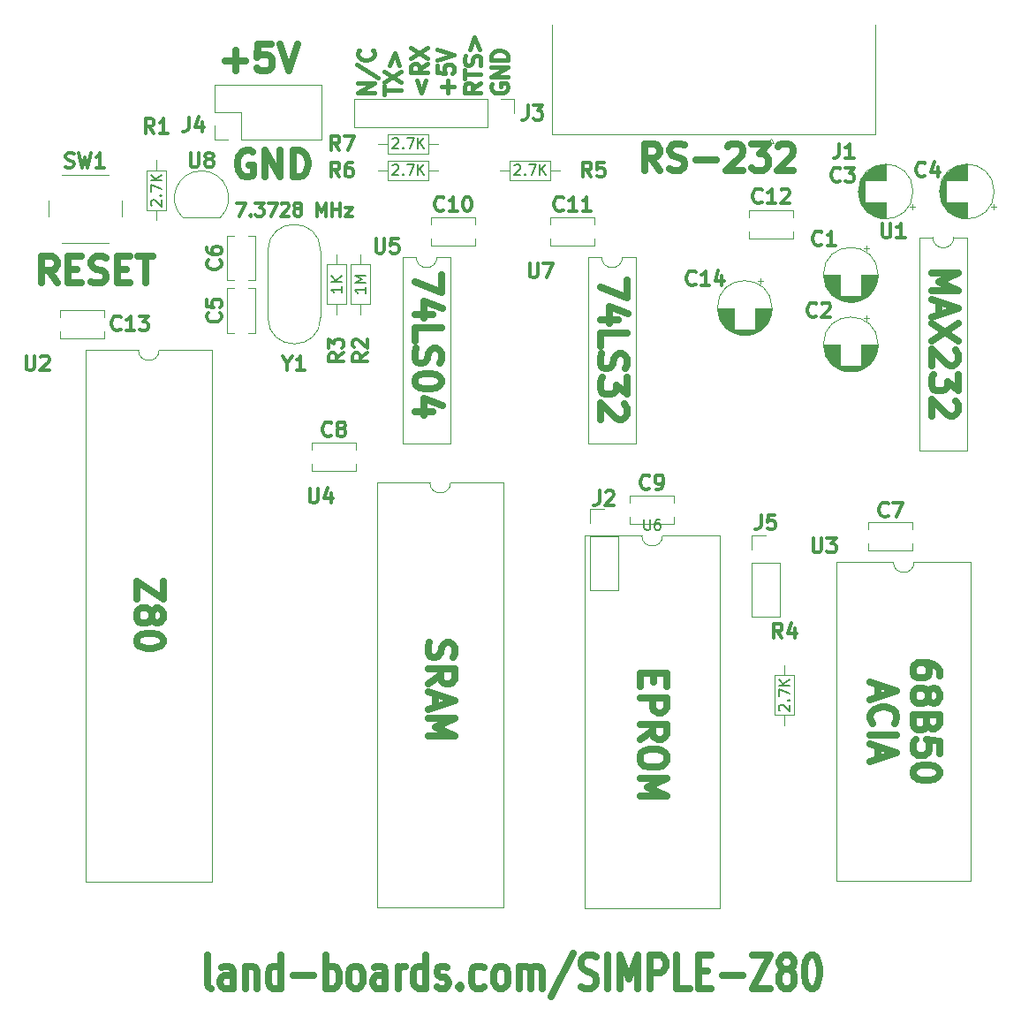
<source format=gto>
G04 #@! TF.GenerationSoftware,KiCad,Pcbnew,(6.0.1)*
G04 #@! TF.CreationDate,2022-09-13T11:32:19-04:00*
G04 #@! TF.ProjectId,SIMPLE-Z80,53494d50-4c45-42d5-9a38-302e6b696361,1*
G04 #@! TF.SameCoordinates,Original*
G04 #@! TF.FileFunction,Legend,Top*
G04 #@! TF.FilePolarity,Positive*
%FSLAX46Y46*%
G04 Gerber Fmt 4.6, Leading zero omitted, Abs format (unit mm)*
G04 Created by KiCad (PCBNEW (6.0.1)) date 2022-09-13 11:32:19*
%MOMM*%
%LPD*%
G01*
G04 APERTURE LIST*
%ADD10C,0.635000*%
%ADD11C,0.317500*%
%ADD12C,0.381000*%
%ADD13C,0.349250*%
%ADD14C,0.150000*%
%ADD15C,0.120000*%
G04 APERTURE END LIST*
D10*
X129652952Y-68343986D02*
X129652952Y-70037320D01*
X127112952Y-68948748D01*
X128806285Y-72093510D02*
X127112952Y-72093510D01*
X129773904Y-71488748D02*
X127959619Y-70883986D01*
X127959619Y-72456367D01*
X127112952Y-74633510D02*
X127112952Y-73423986D01*
X129652952Y-73423986D01*
X127233904Y-75359224D02*
X127112952Y-75722082D01*
X127112952Y-76326844D01*
X127233904Y-76568748D01*
X127354857Y-76689701D01*
X127596761Y-76810653D01*
X127838666Y-76810653D01*
X128080571Y-76689701D01*
X128201523Y-76568748D01*
X128322476Y-76326844D01*
X128443428Y-75843034D01*
X128564380Y-75601129D01*
X128685333Y-75480177D01*
X128927238Y-75359224D01*
X129169142Y-75359224D01*
X129411047Y-75480177D01*
X129532000Y-75601129D01*
X129652952Y-75843034D01*
X129652952Y-76447796D01*
X129532000Y-76810653D01*
X129652952Y-78383034D02*
X129652952Y-78624939D01*
X129532000Y-78866844D01*
X129411047Y-78987796D01*
X129169142Y-79108748D01*
X128685333Y-79229701D01*
X128080571Y-79229701D01*
X127596761Y-79108748D01*
X127354857Y-78987796D01*
X127233904Y-78866844D01*
X127112952Y-78624939D01*
X127112952Y-78383034D01*
X127233904Y-78141129D01*
X127354857Y-78020177D01*
X127596761Y-77899224D01*
X128080571Y-77778272D01*
X128685333Y-77778272D01*
X129169142Y-77899224D01*
X129411047Y-78020177D01*
X129532000Y-78141129D01*
X129652952Y-78383034D01*
X128806285Y-81406844D02*
X127112952Y-81406844D01*
X129773904Y-80802082D02*
X127959619Y-80197320D01*
X127959619Y-81769701D01*
X107609380Y-136696153D02*
X107367476Y-136544963D01*
X107246523Y-136242582D01*
X107246523Y-133521153D01*
X109665571Y-136696153D02*
X109665571Y-135033058D01*
X109544619Y-134730677D01*
X109302714Y-134579486D01*
X108818904Y-134579486D01*
X108576999Y-134730677D01*
X109665571Y-136544963D02*
X109423666Y-136696153D01*
X108818904Y-136696153D01*
X108576999Y-136544963D01*
X108456047Y-136242582D01*
X108456047Y-135940201D01*
X108576999Y-135637820D01*
X108818904Y-135486629D01*
X109423666Y-135486629D01*
X109665571Y-135335439D01*
X110875095Y-134579486D02*
X110875095Y-136696153D01*
X110875095Y-134881867D02*
X110996047Y-134730677D01*
X111237952Y-134579486D01*
X111600809Y-134579486D01*
X111842714Y-134730677D01*
X111963666Y-135033058D01*
X111963666Y-136696153D01*
X114261761Y-136696153D02*
X114261761Y-133521153D01*
X114261761Y-136544963D02*
X114019857Y-136696153D01*
X113536047Y-136696153D01*
X113294142Y-136544963D01*
X113173190Y-136393772D01*
X113052238Y-136091391D01*
X113052238Y-135184248D01*
X113173190Y-134881867D01*
X113294142Y-134730677D01*
X113536047Y-134579486D01*
X114019857Y-134579486D01*
X114261761Y-134730677D01*
X115471285Y-135486629D02*
X117406523Y-135486629D01*
X118616047Y-136696153D02*
X118616047Y-133521153D01*
X118616047Y-134730677D02*
X118857952Y-134579486D01*
X119341761Y-134579486D01*
X119583666Y-134730677D01*
X119704619Y-134881867D01*
X119825571Y-135184248D01*
X119825571Y-136091391D01*
X119704619Y-136393772D01*
X119583666Y-136544963D01*
X119341761Y-136696153D01*
X118857952Y-136696153D01*
X118616047Y-136544963D01*
X121277000Y-136696153D02*
X121035095Y-136544963D01*
X120914142Y-136393772D01*
X120793190Y-136091391D01*
X120793190Y-135184248D01*
X120914142Y-134881867D01*
X121035095Y-134730677D01*
X121277000Y-134579486D01*
X121639857Y-134579486D01*
X121881761Y-134730677D01*
X122002714Y-134881867D01*
X122123666Y-135184248D01*
X122123666Y-136091391D01*
X122002714Y-136393772D01*
X121881761Y-136544963D01*
X121639857Y-136696153D01*
X121277000Y-136696153D01*
X124300809Y-136696153D02*
X124300809Y-135033058D01*
X124179857Y-134730677D01*
X123937952Y-134579486D01*
X123454142Y-134579486D01*
X123212238Y-134730677D01*
X124300809Y-136544963D02*
X124058904Y-136696153D01*
X123454142Y-136696153D01*
X123212238Y-136544963D01*
X123091285Y-136242582D01*
X123091285Y-135940201D01*
X123212238Y-135637820D01*
X123454142Y-135486629D01*
X124058904Y-135486629D01*
X124300809Y-135335439D01*
X125510333Y-136696153D02*
X125510333Y-134579486D01*
X125510333Y-135184248D02*
X125631285Y-134881867D01*
X125752238Y-134730677D01*
X125994142Y-134579486D01*
X126236047Y-134579486D01*
X128171285Y-136696153D02*
X128171285Y-133521153D01*
X128171285Y-136544963D02*
X127929380Y-136696153D01*
X127445571Y-136696153D01*
X127203666Y-136544963D01*
X127082714Y-136393772D01*
X126961761Y-136091391D01*
X126961761Y-135184248D01*
X127082714Y-134881867D01*
X127203666Y-134730677D01*
X127445571Y-134579486D01*
X127929380Y-134579486D01*
X128171285Y-134730677D01*
X129259857Y-136544963D02*
X129501761Y-136696153D01*
X129985571Y-136696153D01*
X130227476Y-136544963D01*
X130348428Y-136242582D01*
X130348428Y-136091391D01*
X130227476Y-135789010D01*
X129985571Y-135637820D01*
X129622714Y-135637820D01*
X129380809Y-135486629D01*
X129259857Y-135184248D01*
X129259857Y-135033058D01*
X129380809Y-134730677D01*
X129622714Y-134579486D01*
X129985571Y-134579486D01*
X130227476Y-134730677D01*
X131437000Y-136393772D02*
X131557952Y-136544963D01*
X131437000Y-136696153D01*
X131316047Y-136544963D01*
X131437000Y-136393772D01*
X131437000Y-136696153D01*
X133735095Y-136544963D02*
X133493190Y-136696153D01*
X133009380Y-136696153D01*
X132767476Y-136544963D01*
X132646523Y-136393772D01*
X132525571Y-136091391D01*
X132525571Y-135184248D01*
X132646523Y-134881867D01*
X132767476Y-134730677D01*
X133009380Y-134579486D01*
X133493190Y-134579486D01*
X133735095Y-134730677D01*
X135186523Y-136696153D02*
X134944619Y-136544963D01*
X134823666Y-136393772D01*
X134702714Y-136091391D01*
X134702714Y-135184248D01*
X134823666Y-134881867D01*
X134944619Y-134730677D01*
X135186523Y-134579486D01*
X135549380Y-134579486D01*
X135791285Y-134730677D01*
X135912238Y-134881867D01*
X136033190Y-135184248D01*
X136033190Y-136091391D01*
X135912238Y-136393772D01*
X135791285Y-136544963D01*
X135549380Y-136696153D01*
X135186523Y-136696153D01*
X137121761Y-136696153D02*
X137121761Y-134579486D01*
X137121761Y-134881867D02*
X137242714Y-134730677D01*
X137484619Y-134579486D01*
X137847476Y-134579486D01*
X138089380Y-134730677D01*
X138210333Y-135033058D01*
X138210333Y-136696153D01*
X138210333Y-135033058D02*
X138331285Y-134730677D01*
X138573190Y-134579486D01*
X138936047Y-134579486D01*
X139177952Y-134730677D01*
X139298904Y-135033058D01*
X139298904Y-136696153D01*
X142322714Y-133369963D02*
X140145571Y-137452105D01*
X143048428Y-136544963D02*
X143411285Y-136696153D01*
X144016047Y-136696153D01*
X144257952Y-136544963D01*
X144378904Y-136393772D01*
X144499857Y-136091391D01*
X144499857Y-135789010D01*
X144378904Y-135486629D01*
X144257952Y-135335439D01*
X144016047Y-135184248D01*
X143532238Y-135033058D01*
X143290333Y-134881867D01*
X143169380Y-134730677D01*
X143048428Y-134428296D01*
X143048428Y-134125915D01*
X143169380Y-133823534D01*
X143290333Y-133672344D01*
X143532238Y-133521153D01*
X144137000Y-133521153D01*
X144499857Y-133672344D01*
X145588428Y-136696153D02*
X145588428Y-133521153D01*
X146797952Y-136696153D02*
X146797952Y-133521153D01*
X147644619Y-135789010D01*
X148491285Y-133521153D01*
X148491285Y-136696153D01*
X149700809Y-136696153D02*
X149700809Y-133521153D01*
X150668428Y-133521153D01*
X150910333Y-133672344D01*
X151031285Y-133823534D01*
X151152238Y-134125915D01*
X151152238Y-134579486D01*
X151031285Y-134881867D01*
X150910333Y-135033058D01*
X150668428Y-135184248D01*
X149700809Y-135184248D01*
X153450333Y-136696153D02*
X152240809Y-136696153D01*
X152240809Y-133521153D01*
X154297000Y-135033058D02*
X155143666Y-135033058D01*
X155506523Y-136696153D02*
X154297000Y-136696153D01*
X154297000Y-133521153D01*
X155506523Y-133521153D01*
X156595095Y-135486629D02*
X158530333Y-135486629D01*
X159497952Y-133521153D02*
X161191285Y-133521153D01*
X159497952Y-136696153D01*
X161191285Y-136696153D01*
X162521761Y-134881867D02*
X162279857Y-134730677D01*
X162158904Y-134579486D01*
X162037952Y-134277105D01*
X162037952Y-134125915D01*
X162158904Y-133823534D01*
X162279857Y-133672344D01*
X162521761Y-133521153D01*
X163005571Y-133521153D01*
X163247476Y-133672344D01*
X163368428Y-133823534D01*
X163489380Y-134125915D01*
X163489380Y-134277105D01*
X163368428Y-134579486D01*
X163247476Y-134730677D01*
X163005571Y-134881867D01*
X162521761Y-134881867D01*
X162279857Y-135033058D01*
X162158904Y-135184248D01*
X162037952Y-135486629D01*
X162037952Y-136091391D01*
X162158904Y-136393772D01*
X162279857Y-136544963D01*
X162521761Y-136696153D01*
X163005571Y-136696153D01*
X163247476Y-136544963D01*
X163368428Y-136393772D01*
X163489380Y-136091391D01*
X163489380Y-135486629D01*
X163368428Y-135184248D01*
X163247476Y-135033058D01*
X163005571Y-134881867D01*
X165061761Y-133521153D02*
X165303666Y-133521153D01*
X165545571Y-133672344D01*
X165666523Y-133823534D01*
X165787476Y-134125915D01*
X165908428Y-134730677D01*
X165908428Y-135486629D01*
X165787476Y-136091391D01*
X165666523Y-136393772D01*
X165545571Y-136544963D01*
X165303666Y-136696153D01*
X165061761Y-136696153D01*
X164819857Y-136544963D01*
X164698904Y-136393772D01*
X164577952Y-136091391D01*
X164457000Y-135486629D01*
X164457000Y-134730677D01*
X164577952Y-134125915D01*
X164698904Y-133823534D01*
X164819857Y-133672344D01*
X165061761Y-133521153D01*
X147432952Y-68851986D02*
X147432952Y-70545320D01*
X144892952Y-69456748D01*
X146586285Y-72601510D02*
X144892952Y-72601510D01*
X147553904Y-71996748D02*
X145739619Y-71391986D01*
X145739619Y-72964367D01*
X144892952Y-75141510D02*
X144892952Y-73931986D01*
X147432952Y-73931986D01*
X145013904Y-75867224D02*
X144892952Y-76230082D01*
X144892952Y-76834844D01*
X145013904Y-77076748D01*
X145134857Y-77197701D01*
X145376761Y-77318653D01*
X145618666Y-77318653D01*
X145860571Y-77197701D01*
X145981523Y-77076748D01*
X146102476Y-76834844D01*
X146223428Y-76351034D01*
X146344380Y-76109129D01*
X146465333Y-75988177D01*
X146707238Y-75867224D01*
X146949142Y-75867224D01*
X147191047Y-75988177D01*
X147312000Y-76109129D01*
X147432952Y-76351034D01*
X147432952Y-76955796D01*
X147312000Y-77318653D01*
X147432952Y-78165320D02*
X147432952Y-79737701D01*
X146465333Y-78891034D01*
X146465333Y-79253891D01*
X146344380Y-79495796D01*
X146223428Y-79616748D01*
X145981523Y-79737701D01*
X145376761Y-79737701D01*
X145134857Y-79616748D01*
X145013904Y-79495796D01*
X144892952Y-79253891D01*
X144892952Y-78528177D01*
X145013904Y-78286272D01*
X145134857Y-78165320D01*
X147191047Y-80705320D02*
X147312000Y-80826272D01*
X147432952Y-81068177D01*
X147432952Y-81672939D01*
X147312000Y-81914844D01*
X147191047Y-82035796D01*
X146949142Y-82156748D01*
X146707238Y-82156748D01*
X146344380Y-82035796D01*
X144892952Y-80584367D01*
X144892952Y-82156748D01*
X128503904Y-103546129D02*
X128382952Y-103908986D01*
X128382952Y-104513748D01*
X128503904Y-104755653D01*
X128624857Y-104876605D01*
X128866761Y-104997558D01*
X129108666Y-104997558D01*
X129350571Y-104876605D01*
X129471523Y-104755653D01*
X129592476Y-104513748D01*
X129713428Y-104029939D01*
X129834380Y-103788034D01*
X129955333Y-103667082D01*
X130197238Y-103546129D01*
X130439142Y-103546129D01*
X130681047Y-103667082D01*
X130802000Y-103788034D01*
X130922952Y-104029939D01*
X130922952Y-104634701D01*
X130802000Y-104997558D01*
X128382952Y-107537558D02*
X129592476Y-106690891D01*
X128382952Y-106086129D02*
X130922952Y-106086129D01*
X130922952Y-107053748D01*
X130802000Y-107295653D01*
X130681047Y-107416605D01*
X130439142Y-107537558D01*
X130076285Y-107537558D01*
X129834380Y-107416605D01*
X129713428Y-107295653D01*
X129592476Y-107053748D01*
X129592476Y-106086129D01*
X129108666Y-108505177D02*
X129108666Y-109714701D01*
X128382952Y-108263272D02*
X130922952Y-109109939D01*
X128382952Y-109956605D01*
X128382952Y-110803272D02*
X130922952Y-110803272D01*
X129108666Y-111649939D01*
X130922952Y-112496605D01*
X128382952Y-112496605D01*
D11*
X110028428Y-61412367D02*
X110875095Y-61412367D01*
X110330809Y-62682367D01*
X111358904Y-62561415D02*
X111419380Y-62621891D01*
X111358904Y-62682367D01*
X111298428Y-62621891D01*
X111358904Y-62561415D01*
X111358904Y-62682367D01*
X111842714Y-61412367D02*
X112628904Y-61412367D01*
X112205571Y-61896177D01*
X112387000Y-61896177D01*
X112507952Y-61956653D01*
X112568428Y-62017129D01*
X112628904Y-62138082D01*
X112628904Y-62440463D01*
X112568428Y-62561415D01*
X112507952Y-62621891D01*
X112387000Y-62682367D01*
X112024142Y-62682367D01*
X111903190Y-62621891D01*
X111842714Y-62561415D01*
X113052238Y-61412367D02*
X113898904Y-61412367D01*
X113354619Y-62682367D01*
X114322238Y-61533320D02*
X114382714Y-61472844D01*
X114503666Y-61412367D01*
X114806047Y-61412367D01*
X114927000Y-61472844D01*
X114987476Y-61533320D01*
X115047952Y-61654272D01*
X115047952Y-61775224D01*
X114987476Y-61956653D01*
X114261761Y-62682367D01*
X115047952Y-62682367D01*
X115773666Y-61956653D02*
X115652714Y-61896177D01*
X115592238Y-61835701D01*
X115531761Y-61714748D01*
X115531761Y-61654272D01*
X115592238Y-61533320D01*
X115652714Y-61472844D01*
X115773666Y-61412367D01*
X116015571Y-61412367D01*
X116136523Y-61472844D01*
X116197000Y-61533320D01*
X116257476Y-61654272D01*
X116257476Y-61714748D01*
X116197000Y-61835701D01*
X116136523Y-61896177D01*
X116015571Y-61956653D01*
X115773666Y-61956653D01*
X115652714Y-62017129D01*
X115592238Y-62077605D01*
X115531761Y-62198558D01*
X115531761Y-62440463D01*
X115592238Y-62561415D01*
X115652714Y-62621891D01*
X115773666Y-62682367D01*
X116015571Y-62682367D01*
X116136523Y-62621891D01*
X116197000Y-62561415D01*
X116257476Y-62440463D01*
X116257476Y-62198558D01*
X116197000Y-62077605D01*
X116136523Y-62017129D01*
X116015571Y-61956653D01*
X117769380Y-62682367D02*
X117769380Y-61412367D01*
X118192714Y-62319510D01*
X118616047Y-61412367D01*
X118616047Y-62682367D01*
X119220809Y-62682367D02*
X119220809Y-61412367D01*
X119220809Y-62017129D02*
X119946523Y-62017129D01*
X119946523Y-62682367D02*
X119946523Y-61412367D01*
X120430333Y-61835701D02*
X121095571Y-61835701D01*
X120430333Y-62682367D01*
X121095571Y-62682367D01*
D10*
X150577714Y-58303891D02*
X149731047Y-57094367D01*
X149126285Y-58303891D02*
X149126285Y-55763891D01*
X150093904Y-55763891D01*
X150335809Y-55884844D01*
X150456761Y-56005796D01*
X150577714Y-56247701D01*
X150577714Y-56610558D01*
X150456761Y-56852463D01*
X150335809Y-56973415D01*
X150093904Y-57094367D01*
X149126285Y-57094367D01*
X151545333Y-58182939D02*
X151908190Y-58303891D01*
X152512952Y-58303891D01*
X152754857Y-58182939D01*
X152875809Y-58061986D01*
X152996761Y-57820082D01*
X152996761Y-57578177D01*
X152875809Y-57336272D01*
X152754857Y-57215320D01*
X152512952Y-57094367D01*
X152029142Y-56973415D01*
X151787238Y-56852463D01*
X151666285Y-56731510D01*
X151545333Y-56489605D01*
X151545333Y-56247701D01*
X151666285Y-56005796D01*
X151787238Y-55884844D01*
X152029142Y-55763891D01*
X152633904Y-55763891D01*
X152996761Y-55884844D01*
X154085333Y-57336272D02*
X156020571Y-57336272D01*
X157109142Y-56005796D02*
X157230095Y-55884844D01*
X157472000Y-55763891D01*
X158076761Y-55763891D01*
X158318666Y-55884844D01*
X158439619Y-56005796D01*
X158560571Y-56247701D01*
X158560571Y-56489605D01*
X158439619Y-56852463D01*
X156988190Y-58303891D01*
X158560571Y-58303891D01*
X159407238Y-55763891D02*
X160979619Y-55763891D01*
X160132952Y-56731510D01*
X160495809Y-56731510D01*
X160737714Y-56852463D01*
X160858666Y-56973415D01*
X160979619Y-57215320D01*
X160979619Y-57820082D01*
X160858666Y-58061986D01*
X160737714Y-58182939D01*
X160495809Y-58303891D01*
X159770095Y-58303891D01*
X159528190Y-58182939D01*
X159407238Y-58061986D01*
X161947238Y-56005796D02*
X162068190Y-55884844D01*
X162310095Y-55763891D01*
X162914857Y-55763891D01*
X163156761Y-55884844D01*
X163277714Y-56005796D01*
X163398666Y-56247701D01*
X163398666Y-56489605D01*
X163277714Y-56852463D01*
X161826285Y-58303891D01*
X163398666Y-58303891D01*
X111559988Y-56519844D02*
X111318083Y-56398891D01*
X110955226Y-56398891D01*
X110592369Y-56519844D01*
X110350464Y-56761748D01*
X110229511Y-57003653D01*
X110108559Y-57487463D01*
X110108559Y-57850320D01*
X110229511Y-58334129D01*
X110350464Y-58576034D01*
X110592369Y-58817939D01*
X110955226Y-58938891D01*
X111197130Y-58938891D01*
X111559988Y-58817939D01*
X111680940Y-58696986D01*
X111680940Y-57850320D01*
X111197130Y-57850320D01*
X112769511Y-58938891D02*
X112769511Y-56398891D01*
X114220940Y-58938891D01*
X114220940Y-56398891D01*
X115430464Y-58938891D02*
X115430464Y-56398891D01*
X116035226Y-56398891D01*
X116398083Y-56519844D01*
X116639988Y-56761748D01*
X116760940Y-57003653D01*
X116881892Y-57487463D01*
X116881892Y-57850320D01*
X116760940Y-58334129D01*
X116639988Y-58576034D01*
X116398083Y-58817939D01*
X116035226Y-58938891D01*
X115430464Y-58938891D01*
X150033428Y-106533653D02*
X150033428Y-107380320D01*
X148702952Y-107743177D02*
X148702952Y-106533653D01*
X151242952Y-106533653D01*
X151242952Y-107743177D01*
X148702952Y-108831748D02*
X151242952Y-108831748D01*
X151242952Y-109799367D01*
X151122000Y-110041272D01*
X151001047Y-110162224D01*
X150759142Y-110283177D01*
X150396285Y-110283177D01*
X150154380Y-110162224D01*
X150033428Y-110041272D01*
X149912476Y-109799367D01*
X149912476Y-108831748D01*
X148702952Y-112823177D02*
X149912476Y-111976510D01*
X148702952Y-111371748D02*
X151242952Y-111371748D01*
X151242952Y-112339367D01*
X151122000Y-112581272D01*
X151001047Y-112702224D01*
X150759142Y-112823177D01*
X150396285Y-112823177D01*
X150154380Y-112702224D01*
X150033428Y-112581272D01*
X149912476Y-112339367D01*
X149912476Y-111371748D01*
X151242952Y-114395558D02*
X151242952Y-114879367D01*
X151122000Y-115121272D01*
X150880095Y-115363177D01*
X150396285Y-115484129D01*
X149549619Y-115484129D01*
X149065809Y-115363177D01*
X148823904Y-115121272D01*
X148702952Y-114879367D01*
X148702952Y-114395558D01*
X148823904Y-114153653D01*
X149065809Y-113911748D01*
X149549619Y-113790796D01*
X150396285Y-113790796D01*
X150880095Y-113911748D01*
X151122000Y-114153653D01*
X151242952Y-114395558D01*
X148702952Y-116572701D02*
X151242952Y-116572701D01*
X149428666Y-117419367D01*
X151242952Y-118266034D01*
X148702952Y-118266034D01*
X176642952Y-68161510D02*
X179182952Y-68161510D01*
X177368666Y-69008177D01*
X179182952Y-69854844D01*
X176642952Y-69854844D01*
X177368666Y-70943415D02*
X177368666Y-72152939D01*
X176642952Y-70701510D02*
X179182952Y-71548177D01*
X176642952Y-72394844D01*
X179182952Y-72999605D02*
X176642952Y-74692939D01*
X179182952Y-74692939D02*
X176642952Y-72999605D01*
X178941047Y-75539605D02*
X179062000Y-75660558D01*
X179182952Y-75902463D01*
X179182952Y-76507224D01*
X179062000Y-76749129D01*
X178941047Y-76870082D01*
X178699142Y-76991034D01*
X178457238Y-76991034D01*
X178094380Y-76870082D01*
X176642952Y-75418653D01*
X176642952Y-76991034D01*
X179182952Y-77837701D02*
X179182952Y-79410082D01*
X178215333Y-78563415D01*
X178215333Y-78926272D01*
X178094380Y-79168177D01*
X177973428Y-79289129D01*
X177731523Y-79410082D01*
X177126761Y-79410082D01*
X176884857Y-79289129D01*
X176763904Y-79168177D01*
X176642952Y-78926272D01*
X176642952Y-78200558D01*
X176763904Y-77958653D01*
X176884857Y-77837701D01*
X178941047Y-80377701D02*
X179062000Y-80498653D01*
X179182952Y-80740558D01*
X179182952Y-81345320D01*
X179062000Y-81587224D01*
X178941047Y-81708177D01*
X178699142Y-81829129D01*
X178457238Y-81829129D01*
X178094380Y-81708177D01*
X176642952Y-80256748D01*
X176642952Y-81829129D01*
X108959511Y-47811272D02*
X110894750Y-47811272D01*
X109927130Y-48778891D02*
X109927130Y-46843653D01*
X113313797Y-46238891D02*
X112104273Y-46238891D01*
X111983321Y-47448415D01*
X112104273Y-47327463D01*
X112346178Y-47206510D01*
X112950940Y-47206510D01*
X113192845Y-47327463D01*
X113313797Y-47448415D01*
X113434750Y-47690320D01*
X113434750Y-48295082D01*
X113313797Y-48536986D01*
X113192845Y-48657939D01*
X112950940Y-48778891D01*
X112346178Y-48778891D01*
X112104273Y-48657939D01*
X111983321Y-48536986D01*
X114160464Y-46238891D02*
X115007130Y-48778891D01*
X115853797Y-46238891D01*
X177417652Y-106715082D02*
X177417652Y-106231272D01*
X177296700Y-105989367D01*
X177175747Y-105868415D01*
X176812890Y-105626510D01*
X176329080Y-105505558D01*
X175361461Y-105505558D01*
X175119557Y-105626510D01*
X174998604Y-105747463D01*
X174877652Y-105989367D01*
X174877652Y-106473177D01*
X174998604Y-106715082D01*
X175119557Y-106836034D01*
X175361461Y-106956986D01*
X175966223Y-106956986D01*
X176208128Y-106836034D01*
X176329080Y-106715082D01*
X176450033Y-106473177D01*
X176450033Y-105989367D01*
X176329080Y-105747463D01*
X176208128Y-105626510D01*
X175966223Y-105505558D01*
X176329080Y-108408415D02*
X176450033Y-108166510D01*
X176570985Y-108045558D01*
X176812890Y-107924605D01*
X176933842Y-107924605D01*
X177175747Y-108045558D01*
X177296700Y-108166510D01*
X177417652Y-108408415D01*
X177417652Y-108892224D01*
X177296700Y-109134129D01*
X177175747Y-109255082D01*
X176933842Y-109376034D01*
X176812890Y-109376034D01*
X176570985Y-109255082D01*
X176450033Y-109134129D01*
X176329080Y-108892224D01*
X176329080Y-108408415D01*
X176208128Y-108166510D01*
X176087176Y-108045558D01*
X175845271Y-107924605D01*
X175361461Y-107924605D01*
X175119557Y-108045558D01*
X174998604Y-108166510D01*
X174877652Y-108408415D01*
X174877652Y-108892224D01*
X174998604Y-109134129D01*
X175119557Y-109255082D01*
X175361461Y-109376034D01*
X175845271Y-109376034D01*
X176087176Y-109255082D01*
X176208128Y-109134129D01*
X176329080Y-108892224D01*
X176208128Y-111311272D02*
X176087176Y-111674129D01*
X175966223Y-111795082D01*
X175724319Y-111916034D01*
X175361461Y-111916034D01*
X175119557Y-111795082D01*
X174998604Y-111674129D01*
X174877652Y-111432224D01*
X174877652Y-110464605D01*
X177417652Y-110464605D01*
X177417652Y-111311272D01*
X177296700Y-111553177D01*
X177175747Y-111674129D01*
X176933842Y-111795082D01*
X176691938Y-111795082D01*
X176450033Y-111674129D01*
X176329080Y-111553177D01*
X176208128Y-111311272D01*
X176208128Y-110464605D01*
X177417652Y-114214129D02*
X177417652Y-113004605D01*
X176208128Y-112883653D01*
X176329080Y-113004605D01*
X176450033Y-113246510D01*
X176450033Y-113851272D01*
X176329080Y-114093177D01*
X176208128Y-114214129D01*
X175966223Y-114335082D01*
X175361461Y-114335082D01*
X175119557Y-114214129D01*
X174998604Y-114093177D01*
X174877652Y-113851272D01*
X174877652Y-113246510D01*
X174998604Y-113004605D01*
X175119557Y-112883653D01*
X177417652Y-115907463D02*
X177417652Y-116149367D01*
X177296700Y-116391272D01*
X177175747Y-116512224D01*
X176933842Y-116633177D01*
X176450033Y-116754129D01*
X175845271Y-116754129D01*
X175361461Y-116633177D01*
X175119557Y-116512224D01*
X174998604Y-116391272D01*
X174877652Y-116149367D01*
X174877652Y-115907463D01*
X174998604Y-115665558D01*
X175119557Y-115544605D01*
X175361461Y-115423653D01*
X175845271Y-115302701D01*
X176450033Y-115302701D01*
X176933842Y-115423653D01*
X177175747Y-115544605D01*
X177296700Y-115665558D01*
X177417652Y-115907463D01*
X171513966Y-107561748D02*
X171513966Y-108771272D01*
X170788252Y-107319844D02*
X173328252Y-108166510D01*
X170788252Y-109013177D01*
X171030157Y-111311272D02*
X170909204Y-111190320D01*
X170788252Y-110827463D01*
X170788252Y-110585558D01*
X170909204Y-110222701D01*
X171151109Y-109980796D01*
X171393014Y-109859844D01*
X171876823Y-109738891D01*
X172239680Y-109738891D01*
X172723490Y-109859844D01*
X172965395Y-109980796D01*
X173207300Y-110222701D01*
X173328252Y-110585558D01*
X173328252Y-110827463D01*
X173207300Y-111190320D01*
X173086347Y-111311272D01*
X170788252Y-112399844D02*
X173328252Y-112399844D01*
X171513966Y-113488415D02*
X171513966Y-114697939D01*
X170788252Y-113246510D02*
X173328252Y-114093177D01*
X170788252Y-114939844D01*
X102982952Y-97704129D02*
X102982952Y-99397463D01*
X100442952Y-97704129D01*
X100442952Y-99397463D01*
X101894380Y-100727939D02*
X102015333Y-100486034D01*
X102136285Y-100365082D01*
X102378190Y-100244129D01*
X102499142Y-100244129D01*
X102741047Y-100365082D01*
X102862000Y-100486034D01*
X102982952Y-100727939D01*
X102982952Y-101211748D01*
X102862000Y-101453653D01*
X102741047Y-101574605D01*
X102499142Y-101695558D01*
X102378190Y-101695558D01*
X102136285Y-101574605D01*
X102015333Y-101453653D01*
X101894380Y-101211748D01*
X101894380Y-100727939D01*
X101773428Y-100486034D01*
X101652476Y-100365082D01*
X101410571Y-100244129D01*
X100926761Y-100244129D01*
X100684857Y-100365082D01*
X100563904Y-100486034D01*
X100442952Y-100727939D01*
X100442952Y-101211748D01*
X100563904Y-101453653D01*
X100684857Y-101574605D01*
X100926761Y-101695558D01*
X101410571Y-101695558D01*
X101652476Y-101574605D01*
X101773428Y-101453653D01*
X101894380Y-101211748D01*
X102982952Y-103267939D02*
X102982952Y-103509844D01*
X102862000Y-103751748D01*
X102741047Y-103872701D01*
X102499142Y-103993653D01*
X102015333Y-104114605D01*
X101410571Y-104114605D01*
X100926761Y-103993653D01*
X100684857Y-103872701D01*
X100563904Y-103751748D01*
X100442952Y-103509844D01*
X100442952Y-103267939D01*
X100563904Y-103026034D01*
X100684857Y-102905082D01*
X100926761Y-102784129D01*
X101410571Y-102663177D01*
X102015333Y-102663177D01*
X102499142Y-102784129D01*
X102741047Y-102905082D01*
X102862000Y-103026034D01*
X102982952Y-103267939D01*
D12*
X123225467Y-50829336D02*
X121637967Y-50829336D01*
X123225467Y-49958479D01*
X121637967Y-49958479D01*
X121562372Y-48144194D02*
X123603443Y-49450479D01*
X123074277Y-46765336D02*
X123149872Y-46837908D01*
X123225467Y-47055622D01*
X123225467Y-47200765D01*
X123149872Y-47418479D01*
X122998682Y-47563622D01*
X122847491Y-47636194D01*
X122545110Y-47708765D01*
X122318324Y-47708765D01*
X122015943Y-47636194D01*
X121864753Y-47563622D01*
X121713563Y-47418479D01*
X121637967Y-47200765D01*
X121637967Y-47055622D01*
X121713563Y-46837908D01*
X121789158Y-46765336D01*
X124193842Y-51047051D02*
X124193842Y-50176194D01*
X125781342Y-50611622D02*
X124193842Y-50611622D01*
X124193842Y-49813336D02*
X125781342Y-48797336D01*
X124193842Y-48797336D02*
X125781342Y-49813336D01*
X124723009Y-48216765D02*
X125176580Y-47055622D01*
X125630152Y-48216765D01*
X127278884Y-49668194D02*
X127732455Y-50829336D01*
X128186027Y-49668194D01*
X128337217Y-48071622D02*
X127581265Y-48579622D01*
X128337217Y-48942479D02*
X126749717Y-48942479D01*
X126749717Y-48361908D01*
X126825313Y-48216765D01*
X126900908Y-48144194D01*
X127052098Y-48071622D01*
X127278884Y-48071622D01*
X127430074Y-48144194D01*
X127505670Y-48216765D01*
X127581265Y-48361908D01*
X127581265Y-48942479D01*
X126749717Y-47563622D02*
X128337217Y-46547622D01*
X126749717Y-46547622D02*
X128337217Y-47563622D01*
X130288330Y-50829336D02*
X130288330Y-49668194D01*
X130893092Y-50248765D02*
X129683568Y-50248765D01*
X129305592Y-48216765D02*
X129305592Y-48942479D01*
X130061545Y-49015051D01*
X129985949Y-48942479D01*
X129910354Y-48797336D01*
X129910354Y-48434479D01*
X129985949Y-48289336D01*
X130061545Y-48216765D01*
X130212735Y-48144194D01*
X130590711Y-48144194D01*
X130741902Y-48216765D01*
X130817497Y-48289336D01*
X130893092Y-48434479D01*
X130893092Y-48797336D01*
X130817497Y-48942479D01*
X130741902Y-49015051D01*
X129305592Y-47708765D02*
X130893092Y-47200765D01*
X129305592Y-46692765D01*
X133448967Y-49958479D02*
X132693015Y-50466479D01*
X133448967Y-50829336D02*
X131861467Y-50829336D01*
X131861467Y-50248765D01*
X131937063Y-50103622D01*
X132012658Y-50031051D01*
X132163848Y-49958479D01*
X132390634Y-49958479D01*
X132541824Y-50031051D01*
X132617420Y-50103622D01*
X132693015Y-50248765D01*
X132693015Y-50829336D01*
X131861467Y-49523051D02*
X131861467Y-48652194D01*
X133448967Y-49087622D02*
X131861467Y-49087622D01*
X133373372Y-48216765D02*
X133448967Y-47999051D01*
X133448967Y-47636194D01*
X133373372Y-47491051D01*
X133297777Y-47418479D01*
X133146586Y-47345908D01*
X132995396Y-47345908D01*
X132844205Y-47418479D01*
X132768610Y-47491051D01*
X132693015Y-47636194D01*
X132617420Y-47926479D01*
X132541824Y-48071622D01*
X132466229Y-48144194D01*
X132315039Y-48216765D01*
X132163848Y-48216765D01*
X132012658Y-48144194D01*
X131937063Y-48071622D01*
X131861467Y-47926479D01*
X131861467Y-47563622D01*
X131937063Y-47345908D01*
X132390634Y-46692765D02*
X132844205Y-45531622D01*
X133297777Y-46692765D01*
X134492938Y-50031051D02*
X134417342Y-50176194D01*
X134417342Y-50393908D01*
X134492938Y-50611622D01*
X134644128Y-50756765D01*
X134795318Y-50829336D01*
X135097699Y-50901908D01*
X135324485Y-50901908D01*
X135626866Y-50829336D01*
X135778057Y-50756765D01*
X135929247Y-50611622D01*
X136004842Y-50393908D01*
X136004842Y-50248765D01*
X135929247Y-50031051D01*
X135853652Y-49958479D01*
X135324485Y-49958479D01*
X135324485Y-50248765D01*
X136004842Y-49305336D02*
X134417342Y-49305336D01*
X136004842Y-48434479D01*
X134417342Y-48434479D01*
X136004842Y-47708765D02*
X134417342Y-47708765D01*
X134417342Y-47345908D01*
X134492938Y-47128194D01*
X134644128Y-46983051D01*
X134795318Y-46910479D01*
X135097699Y-46837908D01*
X135324485Y-46837908D01*
X135626866Y-46910479D01*
X135778057Y-46983051D01*
X135929247Y-47128194D01*
X136004842Y-47345908D01*
X136004842Y-47708765D01*
D10*
X92822952Y-69098891D02*
X91976285Y-67889367D01*
X91371523Y-69098891D02*
X91371523Y-66558891D01*
X92339142Y-66558891D01*
X92581047Y-66679844D01*
X92702000Y-66800796D01*
X92822952Y-67042701D01*
X92822952Y-67405558D01*
X92702000Y-67647463D01*
X92581047Y-67768415D01*
X92339142Y-67889367D01*
X91371523Y-67889367D01*
X93911523Y-67768415D02*
X94758190Y-67768415D01*
X95121047Y-69098891D02*
X93911523Y-69098891D01*
X93911523Y-66558891D01*
X95121047Y-66558891D01*
X96088666Y-68977939D02*
X96451523Y-69098891D01*
X97056285Y-69098891D01*
X97298190Y-68977939D01*
X97419142Y-68856986D01*
X97540095Y-68615082D01*
X97540095Y-68373177D01*
X97419142Y-68131272D01*
X97298190Y-68010320D01*
X97056285Y-67889367D01*
X96572476Y-67768415D01*
X96330571Y-67647463D01*
X96209619Y-67526510D01*
X96088666Y-67284605D01*
X96088666Y-67042701D01*
X96209619Y-66800796D01*
X96330571Y-66679844D01*
X96572476Y-66558891D01*
X97177238Y-66558891D01*
X97540095Y-66679844D01*
X98628666Y-67768415D02*
X99475333Y-67768415D01*
X99838190Y-69098891D02*
X98628666Y-69098891D01*
X98628666Y-66558891D01*
X99838190Y-66558891D01*
X100563904Y-66558891D02*
X102015333Y-66558891D01*
X101289619Y-69098891D02*
X101289619Y-66558891D01*
D13*
X167801333Y-55754820D02*
X167801333Y-56752677D01*
X167734809Y-56952248D01*
X167601761Y-57085296D01*
X167402190Y-57151820D01*
X167269142Y-57151820D01*
X169198333Y-57151820D02*
X168400047Y-57151820D01*
X168799190Y-57151820D02*
X168799190Y-55754820D01*
X168666142Y-55954391D01*
X168533095Y-56087439D01*
X168400047Y-56153963D01*
X171927619Y-63374820D02*
X171927619Y-64505724D01*
X171994142Y-64638772D01*
X172060666Y-64705296D01*
X172193714Y-64771820D01*
X172459809Y-64771820D01*
X172592857Y-64705296D01*
X172659380Y-64638772D01*
X172725904Y-64505724D01*
X172725904Y-63374820D01*
X174122904Y-64771820D02*
X173324619Y-64771820D01*
X173723761Y-64771820D02*
X173723761Y-63374820D01*
X173590714Y-63574391D01*
X173457666Y-63707439D01*
X173324619Y-63773963D01*
X119139166Y-83688772D02*
X119072642Y-83755296D01*
X118873071Y-83821820D01*
X118740023Y-83821820D01*
X118540452Y-83755296D01*
X118407404Y-83622248D01*
X118340880Y-83489201D01*
X118274357Y-83223105D01*
X118274357Y-83023534D01*
X118340880Y-82757439D01*
X118407404Y-82624391D01*
X118540452Y-82491344D01*
X118740023Y-82424820D01*
X118873071Y-82424820D01*
X119072642Y-82491344D01*
X119139166Y-82557867D01*
X119937452Y-83023534D02*
X119804404Y-82957010D01*
X119737880Y-82890486D01*
X119671357Y-82757439D01*
X119671357Y-82690915D01*
X119737880Y-82557867D01*
X119804404Y-82491344D01*
X119937452Y-82424820D01*
X120203547Y-82424820D01*
X120336595Y-82491344D01*
X120403119Y-82557867D01*
X120469642Y-82690915D01*
X120469642Y-82757439D01*
X120403119Y-82890486D01*
X120336595Y-82957010D01*
X120203547Y-83023534D01*
X119937452Y-83023534D01*
X119804404Y-83090058D01*
X119737880Y-83156582D01*
X119671357Y-83289629D01*
X119671357Y-83555724D01*
X119737880Y-83688772D01*
X119804404Y-83755296D01*
X119937452Y-83821820D01*
X120203547Y-83821820D01*
X120336595Y-83755296D01*
X120403119Y-83688772D01*
X120469642Y-83555724D01*
X120469642Y-83289629D01*
X120403119Y-83156582D01*
X120336595Y-83090058D01*
X120203547Y-83023534D01*
X120257976Y-75802677D02*
X119592738Y-76268344D01*
X120257976Y-76600963D02*
X118860976Y-76600963D01*
X118860976Y-76068772D01*
X118927500Y-75935724D01*
X118994023Y-75869201D01*
X119127071Y-75802677D01*
X119326642Y-75802677D01*
X119459690Y-75869201D01*
X119526214Y-75935724D01*
X119592738Y-76068772D01*
X119592738Y-76600963D01*
X118860976Y-75337010D02*
X118860976Y-74472201D01*
X119393166Y-74937867D01*
X119393166Y-74738296D01*
X119459690Y-74605248D01*
X119526214Y-74538724D01*
X119659261Y-74472201D01*
X119991880Y-74472201D01*
X120124928Y-74538724D01*
X120191452Y-74605248D01*
X120257976Y-74738296D01*
X120257976Y-75137439D01*
X120191452Y-75270486D01*
X120124928Y-75337010D01*
D14*
X120078380Y-69434129D02*
X120078380Y-70005558D01*
X120078380Y-69719844D02*
X119078380Y-69719844D01*
X119221238Y-69815082D01*
X119316476Y-69910320D01*
X119364095Y-70005558D01*
X120078380Y-69005558D02*
X119078380Y-69005558D01*
X120078380Y-68434129D02*
X119506952Y-68862701D01*
X119078380Y-68434129D02*
X119649809Y-69005558D01*
D13*
X102121166Y-54738820D02*
X101655500Y-54073582D01*
X101322880Y-54738820D02*
X101322880Y-53341820D01*
X101855071Y-53341820D01*
X101988119Y-53408344D01*
X102054642Y-53474867D01*
X102121166Y-53607915D01*
X102121166Y-53807486D01*
X102054642Y-53940534D01*
X101988119Y-54007058D01*
X101855071Y-54073582D01*
X101322880Y-54073582D01*
X103451642Y-54738820D02*
X102653357Y-54738820D01*
X103052500Y-54738820D02*
X103052500Y-53341820D01*
X102919452Y-53541391D01*
X102786404Y-53674439D01*
X102653357Y-53740963D01*
D14*
X101901619Y-61702844D02*
X101854000Y-61655224D01*
X101806380Y-61559986D01*
X101806380Y-61321891D01*
X101854000Y-61226653D01*
X101901619Y-61179034D01*
X101996857Y-61131415D01*
X102092095Y-61131415D01*
X102234952Y-61179034D01*
X102806380Y-61750463D01*
X102806380Y-61131415D01*
X102711142Y-60702844D02*
X102758761Y-60655224D01*
X102806380Y-60702844D01*
X102758761Y-60750463D01*
X102711142Y-60702844D01*
X102806380Y-60702844D01*
X101806380Y-60321891D02*
X101806380Y-59655224D01*
X102806380Y-60083796D01*
X102806380Y-59274272D02*
X101806380Y-59274272D01*
X102806380Y-58702844D02*
X102234952Y-59131415D01*
X101806380Y-58702844D02*
X102377809Y-59274272D01*
D13*
X98915928Y-73528772D02*
X98849404Y-73595296D01*
X98649833Y-73661820D01*
X98516785Y-73661820D01*
X98317214Y-73595296D01*
X98184166Y-73462248D01*
X98117642Y-73329201D01*
X98051119Y-73063105D01*
X98051119Y-72863534D01*
X98117642Y-72597439D01*
X98184166Y-72464391D01*
X98317214Y-72331344D01*
X98516785Y-72264820D01*
X98649833Y-72264820D01*
X98849404Y-72331344D01*
X98915928Y-72397867D01*
X100246404Y-73661820D02*
X99448119Y-73661820D01*
X99847261Y-73661820D02*
X99847261Y-72264820D01*
X99714214Y-72464391D01*
X99581166Y-72597439D01*
X99448119Y-72663963D01*
X100712071Y-72264820D02*
X101576880Y-72264820D01*
X101111214Y-72797010D01*
X101310785Y-72797010D01*
X101443833Y-72863534D01*
X101510357Y-72930058D01*
X101576880Y-73063105D01*
X101576880Y-73395724D01*
X101510357Y-73528772D01*
X101443833Y-73595296D01*
X101310785Y-73661820D01*
X100911642Y-73661820D01*
X100778595Y-73595296D01*
X100712071Y-73528772D01*
X162319166Y-103125820D02*
X161853500Y-102460582D01*
X161520880Y-103125820D02*
X161520880Y-101728820D01*
X162053071Y-101728820D01*
X162186119Y-101795344D01*
X162252642Y-101861867D01*
X162319166Y-101994915D01*
X162319166Y-102194486D01*
X162252642Y-102327534D01*
X162186119Y-102394058D01*
X162053071Y-102460582D01*
X161520880Y-102460582D01*
X163516595Y-102194486D02*
X163516595Y-103125820D01*
X163183976Y-101662296D02*
X162851357Y-102660153D01*
X163716166Y-102660153D01*
D14*
X162099619Y-110089844D02*
X162052000Y-110042224D01*
X162004380Y-109946986D01*
X162004380Y-109708891D01*
X162052000Y-109613653D01*
X162099619Y-109566034D01*
X162194857Y-109518415D01*
X162290095Y-109518415D01*
X162432952Y-109566034D01*
X163004380Y-110137463D01*
X163004380Y-109518415D01*
X162909142Y-109089844D02*
X162956761Y-109042224D01*
X163004380Y-109089844D01*
X162956761Y-109137463D01*
X162909142Y-109089844D01*
X163004380Y-109089844D01*
X162004380Y-108708891D02*
X162004380Y-108042224D01*
X163004380Y-108470796D01*
X163004380Y-107661272D02*
X162004380Y-107661272D01*
X163004380Y-107089844D02*
X162432952Y-107518415D01*
X162004380Y-107089844D02*
X162575809Y-107661272D01*
D13*
X129883928Y-62098772D02*
X129817404Y-62165296D01*
X129617833Y-62231820D01*
X129484785Y-62231820D01*
X129285214Y-62165296D01*
X129152166Y-62032248D01*
X129085642Y-61899201D01*
X129019119Y-61633105D01*
X129019119Y-61433534D01*
X129085642Y-61167439D01*
X129152166Y-61034391D01*
X129285214Y-60901344D01*
X129484785Y-60834820D01*
X129617833Y-60834820D01*
X129817404Y-60901344D01*
X129883928Y-60967867D01*
X131214404Y-62231820D02*
X130416119Y-62231820D01*
X130815261Y-62231820D02*
X130815261Y-60834820D01*
X130682214Y-61034391D01*
X130549166Y-61167439D01*
X130416119Y-61233963D01*
X132079214Y-60834820D02*
X132212261Y-60834820D01*
X132345309Y-60901344D01*
X132411833Y-60967867D01*
X132478357Y-61100915D01*
X132544880Y-61367010D01*
X132544880Y-61699629D01*
X132478357Y-61965724D01*
X132411833Y-62098772D01*
X132345309Y-62165296D01*
X132212261Y-62231820D01*
X132079214Y-62231820D01*
X131946166Y-62165296D01*
X131879642Y-62098772D01*
X131813119Y-61965724D01*
X131746595Y-61699629D01*
X131746595Y-61367010D01*
X131813119Y-61100915D01*
X131879642Y-60967867D01*
X131946166Y-60901344D01*
X132079214Y-60834820D01*
X144031166Y-58929820D02*
X143565500Y-58264582D01*
X143232880Y-58929820D02*
X143232880Y-57532820D01*
X143765071Y-57532820D01*
X143898119Y-57599344D01*
X143964642Y-57665867D01*
X144031166Y-57798915D01*
X144031166Y-57998486D01*
X143964642Y-58131534D01*
X143898119Y-58198058D01*
X143765071Y-58264582D01*
X143232880Y-58264582D01*
X145295119Y-57532820D02*
X144629880Y-57532820D01*
X144563357Y-58198058D01*
X144629880Y-58131534D01*
X144762928Y-58065010D01*
X145095547Y-58065010D01*
X145228595Y-58131534D01*
X145295119Y-58198058D01*
X145361642Y-58331105D01*
X145361642Y-58663724D01*
X145295119Y-58796772D01*
X145228595Y-58863296D01*
X145095547Y-58929820D01*
X144762928Y-58929820D01*
X144629880Y-58863296D01*
X144563357Y-58796772D01*
D14*
X136668000Y-57845463D02*
X136715619Y-57797844D01*
X136810857Y-57750224D01*
X137048952Y-57750224D01*
X137144190Y-57797844D01*
X137191809Y-57845463D01*
X137239428Y-57940701D01*
X137239428Y-58035939D01*
X137191809Y-58178796D01*
X136620380Y-58750224D01*
X137239428Y-58750224D01*
X137668000Y-58654986D02*
X137715619Y-58702605D01*
X137668000Y-58750224D01*
X137620380Y-58702605D01*
X137668000Y-58654986D01*
X137668000Y-58750224D01*
X138048952Y-57750224D02*
X138715619Y-57750224D01*
X138287047Y-58750224D01*
X139096571Y-58750224D02*
X139096571Y-57750224D01*
X139668000Y-58750224D02*
X139239428Y-58178796D01*
X139668000Y-57750224D02*
X139096571Y-58321653D01*
D13*
X123387619Y-64849820D02*
X123387619Y-65980724D01*
X123454142Y-66113772D01*
X123520666Y-66180296D01*
X123653714Y-66246820D01*
X123919809Y-66246820D01*
X124052857Y-66180296D01*
X124119380Y-66113772D01*
X124185904Y-65980724D01*
X124185904Y-64849820D01*
X125516380Y-64849820D02*
X124851142Y-64849820D01*
X124784619Y-65515058D01*
X124851142Y-65448534D01*
X124984190Y-65382010D01*
X125316809Y-65382010D01*
X125449857Y-65448534D01*
X125516380Y-65515058D01*
X125582904Y-65648105D01*
X125582904Y-65980724D01*
X125516380Y-66113772D01*
X125449857Y-66180296D01*
X125316809Y-66246820D01*
X124984190Y-66246820D01*
X124851142Y-66180296D01*
X124784619Y-66113772D01*
X105444333Y-53214820D02*
X105444333Y-54212677D01*
X105377809Y-54412248D01*
X105244761Y-54545296D01*
X105045190Y-54611820D01*
X104912142Y-54611820D01*
X106708285Y-53680486D02*
X106708285Y-54611820D01*
X106375666Y-53148296D02*
X106043047Y-54146153D01*
X106907857Y-54146153D01*
X149619166Y-88768772D02*
X149552642Y-88835296D01*
X149353071Y-88901820D01*
X149220023Y-88901820D01*
X149020452Y-88835296D01*
X148887404Y-88702248D01*
X148820880Y-88569201D01*
X148754357Y-88303105D01*
X148754357Y-88103534D01*
X148820880Y-87837439D01*
X148887404Y-87704391D01*
X149020452Y-87571344D01*
X149220023Y-87504820D01*
X149353071Y-87504820D01*
X149552642Y-87571344D01*
X149619166Y-87637867D01*
X150284404Y-88901820D02*
X150550500Y-88901820D01*
X150683547Y-88835296D01*
X150750071Y-88768772D01*
X150883119Y-88569201D01*
X150949642Y-88303105D01*
X150949642Y-87770915D01*
X150883119Y-87637867D01*
X150816595Y-87571344D01*
X150683547Y-87504820D01*
X150417452Y-87504820D01*
X150284404Y-87571344D01*
X150217880Y-87637867D01*
X150151357Y-87770915D01*
X150151357Y-88103534D01*
X150217880Y-88236582D01*
X150284404Y-88303105D01*
X150417452Y-88369629D01*
X150683547Y-88369629D01*
X150816595Y-88303105D01*
X150883119Y-88236582D01*
X150949642Y-88103534D01*
X108440928Y-71972677D02*
X108507452Y-72039201D01*
X108573976Y-72238772D01*
X108573976Y-72371820D01*
X108507452Y-72571391D01*
X108374404Y-72704439D01*
X108241357Y-72770963D01*
X107975261Y-72837486D01*
X107775690Y-72837486D01*
X107509595Y-72770963D01*
X107376547Y-72704439D01*
X107243500Y-72571391D01*
X107176976Y-72371820D01*
X107176976Y-72238772D01*
X107243500Y-72039201D01*
X107310023Y-71972677D01*
X107176976Y-70708724D02*
X107176976Y-71373963D01*
X107842214Y-71440486D01*
X107775690Y-71373963D01*
X107709166Y-71240915D01*
X107709166Y-70908296D01*
X107775690Y-70775248D01*
X107842214Y-70708724D01*
X107975261Y-70642201D01*
X108307880Y-70642201D01*
X108440928Y-70708724D01*
X108507452Y-70775248D01*
X108573976Y-70908296D01*
X108573976Y-71240915D01*
X108507452Y-71373963D01*
X108440928Y-71440486D01*
X89859619Y-76074820D02*
X89859619Y-77205724D01*
X89926142Y-77338772D01*
X89992666Y-77405296D01*
X90125714Y-77471820D01*
X90391809Y-77471820D01*
X90524857Y-77405296D01*
X90591380Y-77338772D01*
X90657904Y-77205724D01*
X90657904Y-76074820D01*
X91256619Y-76207867D02*
X91323142Y-76141344D01*
X91456190Y-76074820D01*
X91788809Y-76074820D01*
X91921857Y-76141344D01*
X91988380Y-76207867D01*
X92054904Y-76340915D01*
X92054904Y-76473963D01*
X91988380Y-76673534D01*
X91190095Y-77471820D01*
X92054904Y-77471820D01*
X166129166Y-65400772D02*
X166062642Y-65467296D01*
X165863071Y-65533820D01*
X165730023Y-65533820D01*
X165530452Y-65467296D01*
X165397404Y-65334248D01*
X165330880Y-65201201D01*
X165264357Y-64935105D01*
X165264357Y-64735534D01*
X165330880Y-64469439D01*
X165397404Y-64336391D01*
X165530452Y-64203344D01*
X165730023Y-64136820D01*
X165863071Y-64136820D01*
X166062642Y-64203344D01*
X166129166Y-64269867D01*
X167459642Y-65533820D02*
X166661357Y-65533820D01*
X167060500Y-65533820D02*
X167060500Y-64136820D01*
X166927452Y-64336391D01*
X166794404Y-64469439D01*
X166661357Y-64535963D01*
X108440928Y-66912677D02*
X108507452Y-66979201D01*
X108573976Y-67178772D01*
X108573976Y-67311820D01*
X108507452Y-67511391D01*
X108374404Y-67644439D01*
X108241357Y-67710963D01*
X107975261Y-67777486D01*
X107775690Y-67777486D01*
X107509595Y-67710963D01*
X107376547Y-67644439D01*
X107243500Y-67511391D01*
X107176976Y-67311820D01*
X107176976Y-67178772D01*
X107243500Y-66979201D01*
X107310023Y-66912677D01*
X107176976Y-65715248D02*
X107176976Y-65981344D01*
X107243500Y-66114391D01*
X107310023Y-66180915D01*
X107509595Y-66313963D01*
X107775690Y-66380486D01*
X108307880Y-66380486D01*
X108440928Y-66313963D01*
X108507452Y-66247439D01*
X108573976Y-66114391D01*
X108573976Y-65848296D01*
X108507452Y-65715248D01*
X108440928Y-65648724D01*
X108307880Y-65582201D01*
X107975261Y-65582201D01*
X107842214Y-65648724D01*
X107775690Y-65715248D01*
X107709166Y-65848296D01*
X107709166Y-66114391D01*
X107775690Y-66247439D01*
X107842214Y-66313963D01*
X107975261Y-66380486D01*
X165297619Y-93529820D02*
X165297619Y-94660724D01*
X165364142Y-94793772D01*
X165430666Y-94860296D01*
X165563714Y-94926820D01*
X165829809Y-94926820D01*
X165962857Y-94860296D01*
X166029380Y-94793772D01*
X166095904Y-94660724D01*
X166095904Y-93529820D01*
X166628095Y-93529820D02*
X167492904Y-93529820D01*
X167027238Y-94062010D01*
X167226809Y-94062010D01*
X167359857Y-94128534D01*
X167426380Y-94195058D01*
X167492904Y-94328105D01*
X167492904Y-94660724D01*
X167426380Y-94793772D01*
X167359857Y-94860296D01*
X167226809Y-94926820D01*
X166827666Y-94926820D01*
X166694619Y-94860296D01*
X166628095Y-94793772D01*
X165621166Y-72258772D02*
X165554642Y-72325296D01*
X165355071Y-72391820D01*
X165222023Y-72391820D01*
X165022452Y-72325296D01*
X164889404Y-72192248D01*
X164822880Y-72059201D01*
X164756357Y-71793105D01*
X164756357Y-71593534D01*
X164822880Y-71327439D01*
X164889404Y-71194391D01*
X165022452Y-71061344D01*
X165222023Y-70994820D01*
X165355071Y-70994820D01*
X165554642Y-71061344D01*
X165621166Y-71127867D01*
X166153357Y-71127867D02*
X166219880Y-71061344D01*
X166352928Y-70994820D01*
X166685547Y-70994820D01*
X166818595Y-71061344D01*
X166885119Y-71127867D01*
X166951642Y-71260915D01*
X166951642Y-71393963D01*
X166885119Y-71593534D01*
X166086833Y-72391820D01*
X166951642Y-72391820D01*
X160383928Y-61336772D02*
X160317404Y-61403296D01*
X160117833Y-61469820D01*
X159984785Y-61469820D01*
X159785214Y-61403296D01*
X159652166Y-61270248D01*
X159585642Y-61137201D01*
X159519119Y-60871105D01*
X159519119Y-60671534D01*
X159585642Y-60405439D01*
X159652166Y-60272391D01*
X159785214Y-60139344D01*
X159984785Y-60072820D01*
X160117833Y-60072820D01*
X160317404Y-60139344D01*
X160383928Y-60205867D01*
X161714404Y-61469820D02*
X160916119Y-61469820D01*
X161315261Y-61469820D02*
X161315261Y-60072820D01*
X161182214Y-60272391D01*
X161049166Y-60405439D01*
X160916119Y-60471963D01*
X162246595Y-60205867D02*
X162313119Y-60139344D01*
X162446166Y-60072820D01*
X162778785Y-60072820D01*
X162911833Y-60139344D01*
X162978357Y-60205867D01*
X163044880Y-60338915D01*
X163044880Y-60471963D01*
X162978357Y-60671534D01*
X162180071Y-61469820D01*
X163044880Y-61469820D01*
X137956333Y-52064820D02*
X137956333Y-53062677D01*
X137889809Y-53262248D01*
X137756761Y-53395296D01*
X137557190Y-53461820D01*
X137424142Y-53461820D01*
X138488523Y-52064820D02*
X139353333Y-52064820D01*
X138887666Y-52597010D01*
X139087238Y-52597010D01*
X139220285Y-52663534D01*
X139286809Y-52730058D01*
X139353333Y-52863105D01*
X139353333Y-53195724D01*
X139286809Y-53328772D01*
X139220285Y-53395296D01*
X139087238Y-53461820D01*
X138688095Y-53461820D01*
X138555047Y-53395296D01*
X138488523Y-53328772D01*
X105607619Y-56618820D02*
X105607619Y-57749724D01*
X105674142Y-57882772D01*
X105740666Y-57949296D01*
X105873714Y-58015820D01*
X106139809Y-58015820D01*
X106272857Y-57949296D01*
X106339380Y-57882772D01*
X106405904Y-57749724D01*
X106405904Y-56618820D01*
X107270714Y-57217534D02*
X107137666Y-57151010D01*
X107071142Y-57084486D01*
X107004619Y-56951439D01*
X107004619Y-56884915D01*
X107071142Y-56751867D01*
X107137666Y-56685344D01*
X107270714Y-56618820D01*
X107536809Y-56618820D01*
X107669857Y-56685344D01*
X107736380Y-56751867D01*
X107802904Y-56884915D01*
X107802904Y-56951439D01*
X107736380Y-57084486D01*
X107669857Y-57151010D01*
X107536809Y-57217534D01*
X107270714Y-57217534D01*
X107137666Y-57284058D01*
X107071142Y-57350582D01*
X107004619Y-57483629D01*
X107004619Y-57749724D01*
X107071142Y-57882772D01*
X107137666Y-57949296D01*
X107270714Y-58015820D01*
X107536809Y-58015820D01*
X107669857Y-57949296D01*
X107736380Y-57882772D01*
X107802904Y-57749724D01*
X107802904Y-57483629D01*
X107736380Y-57350582D01*
X107669857Y-57284058D01*
X107536809Y-57217534D01*
X117037619Y-88774820D02*
X117037619Y-89905724D01*
X117104142Y-90038772D01*
X117170666Y-90105296D01*
X117303714Y-90171820D01*
X117569809Y-90171820D01*
X117702857Y-90105296D01*
X117769380Y-90038772D01*
X117835904Y-89905724D01*
X117835904Y-88774820D01*
X119099857Y-89240486D02*
X119099857Y-90171820D01*
X118767238Y-88708296D02*
X118434619Y-89706153D01*
X119299428Y-89706153D01*
X93633333Y-57966296D02*
X93832904Y-58032820D01*
X94165523Y-58032820D01*
X94298571Y-57966296D01*
X94365095Y-57899772D01*
X94431619Y-57766724D01*
X94431619Y-57633677D01*
X94365095Y-57500629D01*
X94298571Y-57434105D01*
X94165523Y-57367582D01*
X93899428Y-57301058D01*
X93766380Y-57234534D01*
X93699857Y-57168010D01*
X93633333Y-57034963D01*
X93633333Y-56901915D01*
X93699857Y-56768867D01*
X93766380Y-56702344D01*
X93899428Y-56635820D01*
X94232047Y-56635820D01*
X94431619Y-56702344D01*
X94897285Y-56635820D02*
X95229904Y-58032820D01*
X95496000Y-57034963D01*
X95762095Y-58032820D01*
X96094714Y-56635820D01*
X97358666Y-58032820D02*
X96560380Y-58032820D01*
X96959523Y-58032820D02*
X96959523Y-56635820D01*
X96826476Y-56835391D01*
X96693428Y-56968439D01*
X96560380Y-57034963D01*
D14*
X149110095Y-91752224D02*
X149110095Y-92561748D01*
X149157714Y-92656986D01*
X149205333Y-92704605D01*
X149300571Y-92752224D01*
X149491047Y-92752224D01*
X149586285Y-92704605D01*
X149633904Y-92656986D01*
X149681523Y-92561748D01*
X149681523Y-91752224D01*
X150586285Y-91752224D02*
X150395809Y-91752224D01*
X150300571Y-91799844D01*
X150252952Y-91847463D01*
X150157714Y-91990320D01*
X150110095Y-92180796D01*
X150110095Y-92561748D01*
X150157714Y-92656986D01*
X150205333Y-92704605D01*
X150300571Y-92752224D01*
X150491047Y-92752224D01*
X150586285Y-92704605D01*
X150633904Y-92656986D01*
X150681523Y-92561748D01*
X150681523Y-92323653D01*
X150633904Y-92228415D01*
X150586285Y-92180796D01*
X150491047Y-92133177D01*
X150300571Y-92133177D01*
X150205333Y-92180796D01*
X150157714Y-92228415D01*
X150110095Y-92323653D01*
D13*
X141333928Y-62098772D02*
X141267404Y-62165296D01*
X141067833Y-62231820D01*
X140934785Y-62231820D01*
X140735214Y-62165296D01*
X140602166Y-62032248D01*
X140535642Y-61899201D01*
X140469119Y-61633105D01*
X140469119Y-61433534D01*
X140535642Y-61167439D01*
X140602166Y-61034391D01*
X140735214Y-60901344D01*
X140934785Y-60834820D01*
X141067833Y-60834820D01*
X141267404Y-60901344D01*
X141333928Y-60967867D01*
X142664404Y-62231820D02*
X141866119Y-62231820D01*
X142265261Y-62231820D02*
X142265261Y-60834820D01*
X142132214Y-61034391D01*
X141999166Y-61167439D01*
X141866119Y-61233963D01*
X143994880Y-62231820D02*
X143196595Y-62231820D01*
X143595738Y-62231820D02*
X143595738Y-60834820D01*
X143462690Y-61034391D01*
X143329642Y-61167439D01*
X143196595Y-61233963D01*
X119901166Y-56389820D02*
X119435500Y-55724582D01*
X119102880Y-56389820D02*
X119102880Y-54992820D01*
X119635071Y-54992820D01*
X119768119Y-55059344D01*
X119834642Y-55125867D01*
X119901166Y-55258915D01*
X119901166Y-55458486D01*
X119834642Y-55591534D01*
X119768119Y-55658058D01*
X119635071Y-55724582D01*
X119102880Y-55724582D01*
X120366833Y-54992820D02*
X121298166Y-54992820D01*
X120699452Y-56389820D01*
D14*
X124984000Y-55305463D02*
X125031619Y-55257844D01*
X125126857Y-55210224D01*
X125364952Y-55210224D01*
X125460190Y-55257844D01*
X125507809Y-55305463D01*
X125555428Y-55400701D01*
X125555428Y-55495939D01*
X125507809Y-55638796D01*
X124936380Y-56210224D01*
X125555428Y-56210224D01*
X125984000Y-56114986D02*
X126031619Y-56162605D01*
X125984000Y-56210224D01*
X125936380Y-56162605D01*
X125984000Y-56114986D01*
X125984000Y-56210224D01*
X126364952Y-55210224D02*
X127031619Y-55210224D01*
X126603047Y-56210224D01*
X127412571Y-56210224D02*
X127412571Y-55210224D01*
X127984000Y-56210224D02*
X127555428Y-55638796D01*
X127984000Y-55210224D02*
X127412571Y-55781653D01*
D13*
X144814333Y-88999820D02*
X144814333Y-89997677D01*
X144747809Y-90197248D01*
X144614761Y-90330296D01*
X144415190Y-90396820D01*
X144282142Y-90396820D01*
X145413047Y-89132867D02*
X145479571Y-89066344D01*
X145612619Y-88999820D01*
X145945238Y-88999820D01*
X146078285Y-89066344D01*
X146144809Y-89132867D01*
X146211333Y-89265915D01*
X146211333Y-89398963D01*
X146144809Y-89598534D01*
X145346523Y-90396820D01*
X146211333Y-90396820D01*
X154033928Y-69210772D02*
X153967404Y-69277296D01*
X153767833Y-69343820D01*
X153634785Y-69343820D01*
X153435214Y-69277296D01*
X153302166Y-69144248D01*
X153235642Y-69011201D01*
X153169119Y-68745105D01*
X153169119Y-68545534D01*
X153235642Y-68279439D01*
X153302166Y-68146391D01*
X153435214Y-68013344D01*
X153634785Y-67946820D01*
X153767833Y-67946820D01*
X153967404Y-68013344D01*
X154033928Y-68079867D01*
X155364404Y-69343820D02*
X154566119Y-69343820D01*
X154965261Y-69343820D02*
X154965261Y-67946820D01*
X154832214Y-68146391D01*
X154699166Y-68279439D01*
X154566119Y-68345963D01*
X156561833Y-68412486D02*
X156561833Y-69343820D01*
X156229214Y-67880296D02*
X155896595Y-68878153D01*
X156761404Y-68878153D01*
X176035166Y-58796772D02*
X175968642Y-58863296D01*
X175769071Y-58929820D01*
X175636023Y-58929820D01*
X175436452Y-58863296D01*
X175303404Y-58730248D01*
X175236880Y-58597201D01*
X175170357Y-58331105D01*
X175170357Y-58131534D01*
X175236880Y-57865439D01*
X175303404Y-57732391D01*
X175436452Y-57599344D01*
X175636023Y-57532820D01*
X175769071Y-57532820D01*
X175968642Y-57599344D01*
X176035166Y-57665867D01*
X177232595Y-57998486D02*
X177232595Y-58929820D01*
X176899976Y-57466296D02*
X176567357Y-58464153D01*
X177432166Y-58464153D01*
X122543976Y-75802677D02*
X121878738Y-76268344D01*
X122543976Y-76600963D02*
X121146976Y-76600963D01*
X121146976Y-76068772D01*
X121213500Y-75935724D01*
X121280023Y-75869201D01*
X121413071Y-75802677D01*
X121612642Y-75802677D01*
X121745690Y-75869201D01*
X121812214Y-75935724D01*
X121878738Y-76068772D01*
X121878738Y-76600963D01*
X121280023Y-75270486D02*
X121213500Y-75203963D01*
X121146976Y-75070915D01*
X121146976Y-74738296D01*
X121213500Y-74605248D01*
X121280023Y-74538724D01*
X121413071Y-74472201D01*
X121546119Y-74472201D01*
X121745690Y-74538724D01*
X122543976Y-75337010D01*
X122543976Y-74472201D01*
D14*
X122364380Y-69505558D02*
X122364380Y-70076986D01*
X122364380Y-69791272D02*
X121364380Y-69791272D01*
X121507238Y-69886510D01*
X121602476Y-69981748D01*
X121650095Y-70076986D01*
X122364380Y-69076986D02*
X121364380Y-69076986D01*
X122078666Y-68743653D01*
X121364380Y-68410320D01*
X122364380Y-68410320D01*
D13*
X138119619Y-67184820D02*
X138119619Y-68315724D01*
X138186142Y-68448772D01*
X138252666Y-68515296D01*
X138385714Y-68581820D01*
X138651809Y-68581820D01*
X138784857Y-68515296D01*
X138851380Y-68448772D01*
X138917904Y-68315724D01*
X138917904Y-67184820D01*
X139450095Y-67184820D02*
X140381428Y-67184820D01*
X139782714Y-68581820D01*
X119901166Y-58929820D02*
X119435500Y-58264582D01*
X119102880Y-58929820D02*
X119102880Y-57532820D01*
X119635071Y-57532820D01*
X119768119Y-57599344D01*
X119834642Y-57665867D01*
X119901166Y-57798915D01*
X119901166Y-57998486D01*
X119834642Y-58131534D01*
X119768119Y-58198058D01*
X119635071Y-58264582D01*
X119102880Y-58264582D01*
X121098595Y-57532820D02*
X120832500Y-57532820D01*
X120699452Y-57599344D01*
X120632928Y-57665867D01*
X120499880Y-57865439D01*
X120433357Y-58131534D01*
X120433357Y-58663724D01*
X120499880Y-58796772D01*
X120566404Y-58863296D01*
X120699452Y-58929820D01*
X120965547Y-58929820D01*
X121098595Y-58863296D01*
X121165119Y-58796772D01*
X121231642Y-58663724D01*
X121231642Y-58331105D01*
X121165119Y-58198058D01*
X121098595Y-58131534D01*
X120965547Y-58065010D01*
X120699452Y-58065010D01*
X120566404Y-58131534D01*
X120499880Y-58198058D01*
X120433357Y-58331105D01*
D14*
X124984000Y-57845463D02*
X125031619Y-57797844D01*
X125126857Y-57750224D01*
X125364952Y-57750224D01*
X125460190Y-57797844D01*
X125507809Y-57845463D01*
X125555428Y-57940701D01*
X125555428Y-58035939D01*
X125507809Y-58178796D01*
X124936380Y-58750224D01*
X125555428Y-58750224D01*
X125984000Y-58654986D02*
X126031619Y-58702605D01*
X125984000Y-58750224D01*
X125936380Y-58702605D01*
X125984000Y-58654986D01*
X125984000Y-58750224D01*
X126364952Y-57750224D02*
X127031619Y-57750224D01*
X126603047Y-58750224D01*
X127412571Y-58750224D02*
X127412571Y-57750224D01*
X127984000Y-58750224D02*
X127555428Y-58178796D01*
X127984000Y-57750224D02*
X127412571Y-58321653D01*
D13*
X114896761Y-76806582D02*
X114896761Y-77471820D01*
X114431095Y-76074820D02*
X114896761Y-76806582D01*
X115362428Y-76074820D01*
X116559857Y-77471820D02*
X115761571Y-77471820D01*
X116160714Y-77471820D02*
X116160714Y-76074820D01*
X116027666Y-76274391D01*
X115894619Y-76407439D01*
X115761571Y-76473963D01*
X172499166Y-91388772D02*
X172432642Y-91455296D01*
X172233071Y-91521820D01*
X172100023Y-91521820D01*
X171900452Y-91455296D01*
X171767404Y-91322248D01*
X171700880Y-91189201D01*
X171634357Y-90923105D01*
X171634357Y-90723534D01*
X171700880Y-90457439D01*
X171767404Y-90324391D01*
X171900452Y-90191344D01*
X172100023Y-90124820D01*
X172233071Y-90124820D01*
X172432642Y-90191344D01*
X172499166Y-90257867D01*
X172964833Y-90124820D02*
X173896166Y-90124820D01*
X173297452Y-91521820D01*
X160308333Y-91314820D02*
X160308333Y-92312677D01*
X160241809Y-92512248D01*
X160108761Y-92645296D01*
X159909190Y-92711820D01*
X159776142Y-92711820D01*
X161638809Y-91314820D02*
X160973571Y-91314820D01*
X160907047Y-91980058D01*
X160973571Y-91913534D01*
X161106619Y-91847010D01*
X161439238Y-91847010D01*
X161572285Y-91913534D01*
X161638809Y-91980058D01*
X161705333Y-92113105D01*
X161705333Y-92445724D01*
X161638809Y-92578772D01*
X161572285Y-92645296D01*
X161439238Y-92711820D01*
X161106619Y-92711820D01*
X160973571Y-92645296D01*
X160907047Y-92578772D01*
X167907166Y-59304772D02*
X167840642Y-59371296D01*
X167641071Y-59437820D01*
X167508023Y-59437820D01*
X167308452Y-59371296D01*
X167175404Y-59238248D01*
X167108880Y-59105201D01*
X167042357Y-58839105D01*
X167042357Y-58639534D01*
X167108880Y-58373439D01*
X167175404Y-58240391D01*
X167308452Y-58107344D01*
X167508023Y-58040820D01*
X167641071Y-58040820D01*
X167840642Y-58107344D01*
X167907166Y-58173867D01*
X168372833Y-58040820D02*
X169237642Y-58040820D01*
X168771976Y-58573010D01*
X168971547Y-58573010D01*
X169104595Y-58639534D01*
X169171119Y-58706058D01*
X169237642Y-58839105D01*
X169237642Y-59171724D01*
X169171119Y-59304772D01*
X169104595Y-59371296D01*
X168971547Y-59437820D01*
X168572404Y-59437820D01*
X168439357Y-59371296D01*
X168372833Y-59304772D01*
D15*
X161027000Y-55724182D02*
X161277000Y-55291169D01*
X171222000Y-44349844D02*
X171222000Y-54829844D01*
X161527000Y-55724182D02*
X161027000Y-55724182D01*
X161277000Y-55291169D02*
X161527000Y-55724182D01*
X140252000Y-54829844D02*
X140252000Y-44349844D01*
X171222000Y-54829844D02*
X140252000Y-54829844D01*
X175527000Y-85164844D02*
X180027000Y-85164844D01*
X180027000Y-85164844D02*
X180027000Y-64724844D01*
X176777000Y-64724844D02*
X175527000Y-64724844D01*
X175527000Y-64724844D02*
X175527000Y-85164844D01*
X180027000Y-64724844D02*
X178777000Y-64724844D01*
X176777000Y-64724844D02*
G75*
G03*
X178777000Y-64724844I1000000J0D01*
G01*
X117272000Y-87099844D02*
X117272000Y-86394844D01*
X121512000Y-85064844D02*
X121512000Y-84359844D01*
X121512000Y-87099844D02*
X117272000Y-87099844D01*
X117272000Y-85064844D02*
X117272000Y-84359844D01*
X121512000Y-84359844D02*
X117272000Y-84359844D01*
X121512000Y-87099844D02*
X121512000Y-86394844D01*
X118706000Y-67299844D02*
X118706000Y-71139844D01*
X119626000Y-66349844D02*
X119626000Y-67299844D01*
X119626000Y-72089844D02*
X119626000Y-71139844D01*
X120546000Y-67299844D02*
X118706000Y-67299844D01*
X118706000Y-71139844D02*
X120546000Y-71139844D01*
X120546000Y-71139844D02*
X120546000Y-67299844D01*
X102354000Y-63072844D02*
X102354000Y-62122844D01*
X103274000Y-62122844D02*
X103274000Y-58282844D01*
X101434000Y-58282844D02*
X101434000Y-62122844D01*
X102354000Y-57332844D02*
X102354000Y-58282844D01*
X103274000Y-58282844D02*
X101434000Y-58282844D01*
X101434000Y-62122844D02*
X103274000Y-62122844D01*
X93142000Y-72364844D02*
X93142000Y-71659844D01*
X93142000Y-74399844D02*
X93142000Y-73694844D01*
X97382000Y-72364844D02*
X97382000Y-71659844D01*
X97382000Y-71659844D02*
X93142000Y-71659844D01*
X97382000Y-74399844D02*
X93142000Y-74399844D01*
X97382000Y-74399844D02*
X97382000Y-73694844D01*
X161632000Y-110509844D02*
X163472000Y-110509844D01*
X163472000Y-106669844D02*
X161632000Y-106669844D01*
X162552000Y-105719844D02*
X162552000Y-106669844D01*
X163472000Y-110509844D02*
X163472000Y-106669844D01*
X162552000Y-111459844D02*
X162552000Y-110509844D01*
X161632000Y-106669844D02*
X161632000Y-110509844D01*
X132902000Y-64804844D02*
X132902000Y-65509844D01*
X128662000Y-62769844D02*
X132902000Y-62769844D01*
X128662000Y-65509844D02*
X132902000Y-65509844D01*
X128662000Y-64804844D02*
X128662000Y-65509844D01*
X128662000Y-62769844D02*
X128662000Y-63474844D01*
X132902000Y-62769844D02*
X132902000Y-63474844D01*
X136248000Y-59217844D02*
X140088000Y-59217844D01*
X140088000Y-57377844D02*
X136248000Y-57377844D01*
X135298000Y-58297844D02*
X136248000Y-58297844D01*
X136248000Y-57377844D02*
X136248000Y-59217844D01*
X140088000Y-59217844D02*
X140088000Y-57377844D01*
X141038000Y-58297844D02*
X140088000Y-58297844D01*
X130497000Y-84514844D02*
X130497000Y-66614844D01*
X125997000Y-84514844D02*
X130497000Y-84514844D01*
X130497000Y-66614844D02*
X129247000Y-66614844D01*
X125997000Y-66614844D02*
X125997000Y-84514844D01*
X127247000Y-66614844D02*
X125997000Y-66614844D01*
X127247000Y-66614844D02*
G75*
G03*
X129247000Y-66614844I1000000J0D01*
G01*
X107892000Y-55314844D02*
X107892000Y-53984844D01*
X118172000Y-55314844D02*
X118172000Y-50114844D01*
X107892000Y-52714844D02*
X107892000Y-50114844D01*
X107892000Y-50114844D02*
X118172000Y-50114844D01*
X110492000Y-55314844D02*
X118172000Y-55314844D01*
X110492000Y-52714844D02*
X107892000Y-52714844D01*
X109222000Y-55314844D02*
X107892000Y-55314844D01*
X110492000Y-55314844D02*
X110492000Y-52714844D01*
X151992000Y-92179844D02*
X151992000Y-91474844D01*
X151992000Y-89439844D02*
X147752000Y-89439844D01*
X151992000Y-90144844D02*
X151992000Y-89439844D01*
X147752000Y-92179844D02*
X147752000Y-91474844D01*
X147752000Y-90144844D02*
X147752000Y-89439844D01*
X151992000Y-92179844D02*
X147752000Y-92179844D01*
X109817000Y-73859844D02*
X109112000Y-73859844D01*
X111852000Y-73859844D02*
X111147000Y-73859844D01*
X109112000Y-69619844D02*
X109112000Y-73859844D01*
X109817000Y-69619844D02*
X109112000Y-69619844D01*
X111852000Y-69619844D02*
X111147000Y-69619844D01*
X111852000Y-69619844D02*
X111852000Y-73859844D01*
X107672000Y-126434844D02*
X107672000Y-75514844D01*
X107672000Y-75514844D02*
X102612000Y-75514844D01*
X95552000Y-126434844D02*
X107672000Y-126434844D01*
X95552000Y-75514844D02*
X95552000Y-126434844D01*
X100612000Y-75514844D02*
X95552000Y-75514844D01*
X100612000Y-75514844D02*
G75*
G03*
X102612000Y-75514844I1000000J0D01*
G01*
X171458000Y-68669844D02*
X169942000Y-68669844D01*
X167862000Y-69150844D02*
X166460000Y-69150844D01*
X167862000Y-68829844D02*
X166374000Y-68829844D01*
X167862000Y-69630844D02*
X166678000Y-69630844D01*
X167862000Y-69790844D02*
X166780000Y-69790844D01*
X167862000Y-70150844D02*
X167076000Y-70150844D01*
X170687000Y-70190844D02*
X169942000Y-70190844D01*
X167862000Y-68989844D02*
X166411000Y-68989844D01*
X167862000Y-68469844D02*
X166326000Y-68469844D01*
X171445000Y-68749844D02*
X169942000Y-68749844D01*
X170345000Y-70470844D02*
X167459000Y-70470844D01*
X167862000Y-68869844D02*
X166382000Y-68869844D01*
X171126000Y-69630844D02*
X169942000Y-69630844D01*
X170507000Y-70350844D02*
X167297000Y-70350844D01*
X167862000Y-69870844D02*
X166837000Y-69870844D01*
X169579000Y-70830844D02*
X168225000Y-70830844D01*
X170645000Y-70230844D02*
X169942000Y-70230844D01*
X167862000Y-69670844D02*
X166702000Y-69670844D01*
X167862000Y-69950844D02*
X166898000Y-69950844D01*
X170873000Y-69990844D02*
X169942000Y-69990844D01*
X171482000Y-68349844D02*
X169942000Y-68349844D01*
X171430000Y-68829844D02*
X169942000Y-68829844D01*
X167862000Y-68349844D02*
X166322000Y-68349844D01*
X167862000Y-69550844D02*
X166634000Y-69550844D01*
X170997000Y-69830844D02*
X169942000Y-69830844D01*
X169186000Y-70910844D02*
X168618000Y-70910844D01*
X170555000Y-70310844D02*
X169942000Y-70310844D01*
X167862000Y-69830844D02*
X166807000Y-69830844D01*
X170937000Y-69910844D02*
X169942000Y-69910844D01*
X167862000Y-69750844D02*
X166753000Y-69750844D01*
X167862000Y-69510844D02*
X166612000Y-69510844D01*
X167862000Y-69390844D02*
X166554000Y-69390844D01*
X167862000Y-68389844D02*
X166323000Y-68389844D01*
X167862000Y-69990844D02*
X166931000Y-69990844D01*
X167862000Y-69350844D02*
X166537000Y-69350844D01*
X171284000Y-69310844D02*
X169942000Y-69310844D01*
X171452000Y-68709844D02*
X169942000Y-68709844D01*
X171370000Y-69070844D02*
X169942000Y-69070844D01*
X171330000Y-69190844D02*
X169942000Y-69190844D01*
X167862000Y-69590844D02*
X166655000Y-69590844D01*
X167862000Y-69710844D02*
X166727000Y-69710844D01*
X170766000Y-70110844D02*
X169942000Y-70110844D01*
X170221000Y-70550844D02*
X167583000Y-70550844D01*
X170285000Y-70510844D02*
X167519000Y-70510844D01*
X167862000Y-70030844D02*
X166965000Y-70030844D01*
X170377000Y-65505069D02*
X170377000Y-66005069D01*
X167862000Y-68669844D02*
X166346000Y-68669844D01*
X167862000Y-68589844D02*
X166337000Y-68589844D01*
X171024000Y-69790844D02*
X169942000Y-69790844D01*
X170402000Y-70430844D02*
X167402000Y-70430844D01*
X167862000Y-70310844D02*
X167249000Y-70310844D01*
X171316000Y-69230844D02*
X169942000Y-69230844D01*
X167862000Y-68429844D02*
X166324000Y-68429844D01*
X171413000Y-68909844D02*
X169942000Y-68909844D01*
X167862000Y-69430844D02*
X166573000Y-69430844D01*
X170906000Y-69950844D02*
X169942000Y-69950844D01*
X170080000Y-70630844D02*
X167724000Y-70630844D01*
X167862000Y-68909844D02*
X166391000Y-68909844D01*
X171463000Y-68629844D02*
X169942000Y-68629844D01*
X167862000Y-69910844D02*
X166867000Y-69910844D01*
X167862000Y-69310844D02*
X166520000Y-69310844D01*
X167862000Y-68309844D02*
X166322000Y-68309844D01*
X170967000Y-69870844D02*
X169942000Y-69870844D01*
X167862000Y-68629844D02*
X166341000Y-68629844D01*
X170601000Y-70270844D02*
X169942000Y-70270844D01*
X171471000Y-68549844D02*
X169942000Y-68549844D01*
X170627000Y-65755069D02*
X170127000Y-65755069D01*
X167862000Y-68709844D02*
X166352000Y-68709844D01*
X171344000Y-69150844D02*
X169942000Y-69150844D01*
X171357000Y-69110844D02*
X169942000Y-69110844D01*
X167862000Y-69030844D02*
X166422000Y-69030844D01*
X171231000Y-69430844D02*
X169942000Y-69430844D01*
X170456000Y-70390844D02*
X167348000Y-70390844D01*
X171149000Y-69590844D02*
X169942000Y-69590844D01*
X170803000Y-70070844D02*
X169942000Y-70070844D01*
X171267000Y-69350844D02*
X169942000Y-69350844D01*
X167862000Y-70070844D02*
X167001000Y-70070844D01*
X171393000Y-68989844D02*
X169942000Y-68989844D01*
X169707000Y-70790844D02*
X168097000Y-70790844D01*
X167862000Y-69190844D02*
X166474000Y-69190844D01*
X171478000Y-68469844D02*
X169942000Y-68469844D01*
X171102000Y-69670844D02*
X169942000Y-69670844D01*
X169817000Y-70750844D02*
X167987000Y-70750844D01*
X171403000Y-68949844D02*
X169942000Y-68949844D01*
X167862000Y-68549844D02*
X166333000Y-68549844D01*
X167862000Y-69070844D02*
X166434000Y-69070844D01*
X171077000Y-69710844D02*
X169942000Y-69710844D01*
X167862000Y-69110844D02*
X166447000Y-69110844D01*
X169913000Y-70710844D02*
X167891000Y-70710844D01*
X171481000Y-68389844D02*
X169942000Y-68389844D01*
X167862000Y-68789844D02*
X166366000Y-68789844D01*
X171051000Y-69750844D02*
X169942000Y-69750844D01*
X171250000Y-69390844D02*
X169942000Y-69390844D01*
X167862000Y-69270844D02*
X166504000Y-69270844D01*
X171467000Y-68589844D02*
X169942000Y-68589844D01*
X171192000Y-69510844D02*
X169942000Y-69510844D01*
X167862000Y-70270844D02*
X167203000Y-70270844D01*
X170153000Y-70590844D02*
X167651000Y-70590844D01*
X167862000Y-68509844D02*
X166329000Y-68509844D01*
X171422000Y-68869844D02*
X169942000Y-68869844D01*
X167862000Y-68749844D02*
X166359000Y-68749844D01*
X170839000Y-70030844D02*
X169942000Y-70030844D01*
X171170000Y-69550844D02*
X169942000Y-69550844D01*
X170000000Y-70670844D02*
X167804000Y-70670844D01*
X167862000Y-69230844D02*
X166488000Y-69230844D01*
X167862000Y-70110844D02*
X167038000Y-70110844D01*
X171438000Y-68789844D02*
X169942000Y-68789844D01*
X171480000Y-68429844D02*
X169942000Y-68429844D01*
X170728000Y-70150844D02*
X169942000Y-70150844D01*
X167862000Y-69470844D02*
X166592000Y-69470844D01*
X171382000Y-69030844D02*
X169942000Y-69030844D01*
X171300000Y-69270844D02*
X169942000Y-69270844D01*
X169420000Y-70870844D02*
X168384000Y-70870844D01*
X171482000Y-68309844D02*
X169942000Y-68309844D01*
X167862000Y-70190844D02*
X167117000Y-70190844D01*
X171475000Y-68509844D02*
X169942000Y-68509844D01*
X167862000Y-70230844D02*
X167159000Y-70230844D01*
X171212000Y-69470844D02*
X169942000Y-69470844D01*
X167862000Y-68949844D02*
X166401000Y-68949844D01*
X171522000Y-68309844D02*
G75*
G03*
X171522000Y-68309844I-2620000J0D01*
G01*
X111147000Y-68819844D02*
X111852000Y-68819844D01*
X111852000Y-68819844D02*
X111852000Y-64579844D01*
X109112000Y-68819844D02*
X109112000Y-64579844D01*
X109112000Y-68819844D02*
X109817000Y-68819844D01*
X111147000Y-64579844D02*
X111852000Y-64579844D01*
X109112000Y-64579844D02*
X109817000Y-64579844D01*
X167522000Y-126429844D02*
X180442000Y-126429844D01*
X180442000Y-95829844D02*
X174982000Y-95829844D01*
X172982000Y-95829844D02*
X167522000Y-95829844D01*
X167522000Y-95829844D02*
X167522000Y-126429844D01*
X180442000Y-126429844D02*
X180442000Y-95829844D01*
X172982000Y-95829844D02*
G75*
G03*
X174982000Y-95829844I1000000J0D01*
G01*
X170997000Y-76500732D02*
X169942000Y-76500732D01*
X167862000Y-75099732D02*
X166324000Y-75099732D01*
X167862000Y-76620732D02*
X166898000Y-76620732D01*
X167862000Y-76660732D02*
X166931000Y-76660732D01*
X167862000Y-76340732D02*
X166702000Y-76340732D01*
X170221000Y-77220732D02*
X167583000Y-77220732D01*
X167862000Y-76380732D02*
X166727000Y-76380732D01*
X167862000Y-75179732D02*
X166329000Y-75179732D01*
X170803000Y-76740732D02*
X169942000Y-76740732D01*
X167862000Y-75339732D02*
X166346000Y-75339732D01*
X167862000Y-76860732D02*
X167117000Y-76860732D01*
X170555000Y-76980732D02*
X169942000Y-76980732D01*
X167862000Y-76780732D02*
X167038000Y-76780732D01*
X167862000Y-76020732D02*
X166537000Y-76020732D01*
X167862000Y-75259732D02*
X166337000Y-75259732D01*
X171330000Y-75860732D02*
X169942000Y-75860732D01*
X171316000Y-75900732D02*
X169942000Y-75900732D01*
X167862000Y-75499732D02*
X166374000Y-75499732D01*
X171077000Y-76380732D02*
X169942000Y-76380732D01*
X171445000Y-75419732D02*
X169942000Y-75419732D01*
X167862000Y-76420732D02*
X166753000Y-76420732D01*
X167862000Y-75019732D02*
X166322000Y-75019732D01*
X167862000Y-75059732D02*
X166323000Y-75059732D01*
X170000000Y-77340732D02*
X167804000Y-77340732D01*
X167862000Y-76260732D02*
X166655000Y-76260732D01*
X171413000Y-75579732D02*
X169942000Y-75579732D01*
X171357000Y-75780732D02*
X169942000Y-75780732D01*
X170285000Y-77180732D02*
X167519000Y-77180732D01*
X167862000Y-76180732D02*
X166612000Y-76180732D01*
X167862000Y-75619732D02*
X166401000Y-75619732D01*
X170873000Y-76660732D02*
X169942000Y-76660732D01*
X167862000Y-76740732D02*
X167001000Y-76740732D01*
X167862000Y-75900732D02*
X166488000Y-75900732D01*
X167862000Y-76980732D02*
X167249000Y-76980732D01*
X171438000Y-75459732D02*
X169942000Y-75459732D01*
X167862000Y-75419732D02*
X166359000Y-75419732D01*
X171284000Y-75980732D02*
X169942000Y-75980732D01*
X171170000Y-76220732D02*
X169942000Y-76220732D01*
X171478000Y-75139732D02*
X169942000Y-75139732D01*
X170456000Y-77060732D02*
X167348000Y-77060732D01*
X171403000Y-75619732D02*
X169942000Y-75619732D01*
X171300000Y-75940732D02*
X169942000Y-75940732D01*
X167862000Y-75299732D02*
X166341000Y-75299732D01*
X171481000Y-75059732D02*
X169942000Y-75059732D01*
X170402000Y-77100732D02*
X167402000Y-77100732D01*
X171393000Y-75659732D02*
X169942000Y-75659732D01*
X169579000Y-77500732D02*
X168225000Y-77500732D01*
X171458000Y-75339732D02*
X169942000Y-75339732D01*
X167862000Y-75579732D02*
X166391000Y-75579732D01*
X171482000Y-74979732D02*
X169942000Y-74979732D01*
X171430000Y-75499732D02*
X169942000Y-75499732D01*
X170377000Y-72174957D02*
X170377000Y-72674957D01*
X171422000Y-75539732D02*
X169942000Y-75539732D01*
X171382000Y-75700732D02*
X169942000Y-75700732D01*
X170839000Y-76700732D02*
X169942000Y-76700732D01*
X170906000Y-76620732D02*
X169942000Y-76620732D01*
X170728000Y-76820732D02*
X169942000Y-76820732D01*
X167862000Y-75700732D02*
X166422000Y-75700732D01*
X167862000Y-76220732D02*
X166634000Y-76220732D01*
X167862000Y-75459732D02*
X166366000Y-75459732D01*
X167862000Y-75539732D02*
X166382000Y-75539732D01*
X170967000Y-76540732D02*
X169942000Y-76540732D01*
X167862000Y-76060732D02*
X166554000Y-76060732D01*
X167862000Y-76940732D02*
X167203000Y-76940732D01*
X169707000Y-77460732D02*
X168097000Y-77460732D01*
X171370000Y-75740732D02*
X169942000Y-75740732D01*
X167862000Y-75860732D02*
X166474000Y-75860732D01*
X167862000Y-74979732D02*
X166322000Y-74979732D01*
X167862000Y-75980732D02*
X166520000Y-75980732D01*
X167862000Y-75659732D02*
X166411000Y-75659732D01*
X167862000Y-75379732D02*
X166352000Y-75379732D01*
X167862000Y-76460732D02*
X166780000Y-76460732D01*
X167862000Y-75139732D02*
X166326000Y-75139732D01*
X171192000Y-76180732D02*
X169942000Y-76180732D01*
X167862000Y-76540732D02*
X166837000Y-76540732D01*
X170507000Y-77020732D02*
X167297000Y-77020732D01*
X167862000Y-75780732D02*
X166447000Y-75780732D01*
X171102000Y-76340732D02*
X169942000Y-76340732D01*
X171267000Y-76020732D02*
X169942000Y-76020732D01*
X171250000Y-76060732D02*
X169942000Y-76060732D01*
X170687000Y-76860732D02*
X169942000Y-76860732D01*
X171024000Y-76460732D02*
X169942000Y-76460732D01*
X167862000Y-76820732D02*
X167076000Y-76820732D01*
X167862000Y-76580732D02*
X166867000Y-76580732D01*
X167862000Y-76700732D02*
X166965000Y-76700732D01*
X171480000Y-75099732D02*
X169942000Y-75099732D01*
X171471000Y-75219732D02*
X169942000Y-75219732D01*
X167862000Y-76900732D02*
X167159000Y-76900732D01*
X169420000Y-77540732D02*
X168384000Y-77540732D01*
X169817000Y-77420732D02*
X167987000Y-77420732D01*
X170627000Y-72424957D02*
X170127000Y-72424957D01*
X170080000Y-77300732D02*
X167724000Y-77300732D01*
X169186000Y-77580732D02*
X168618000Y-77580732D01*
X167862000Y-76300732D02*
X166678000Y-76300732D01*
X171463000Y-75299732D02*
X169942000Y-75299732D01*
X170601000Y-76940732D02*
X169942000Y-76940732D01*
X170766000Y-76780732D02*
X169942000Y-76780732D01*
X171149000Y-76260732D02*
X169942000Y-76260732D01*
X170153000Y-77260732D02*
X167651000Y-77260732D01*
X167862000Y-76500732D02*
X166807000Y-76500732D01*
X171126000Y-76300732D02*
X169942000Y-76300732D01*
X167862000Y-75820732D02*
X166460000Y-75820732D01*
X171231000Y-76100732D02*
X169942000Y-76100732D01*
X169913000Y-77380732D02*
X167891000Y-77380732D01*
X167862000Y-75940732D02*
X166504000Y-75940732D01*
X171475000Y-75179732D02*
X169942000Y-75179732D01*
X167862000Y-75740732D02*
X166434000Y-75740732D01*
X171212000Y-76140732D02*
X169942000Y-76140732D01*
X171452000Y-75379732D02*
X169942000Y-75379732D01*
X167862000Y-76100732D02*
X166573000Y-76100732D01*
X171467000Y-75259732D02*
X169942000Y-75259732D01*
X171344000Y-75820732D02*
X169942000Y-75820732D01*
X171482000Y-75019732D02*
X169942000Y-75019732D01*
X170345000Y-77140732D02*
X167459000Y-77140732D01*
X167862000Y-75219732D02*
X166333000Y-75219732D01*
X170937000Y-76580732D02*
X169942000Y-76580732D01*
X171051000Y-76420732D02*
X169942000Y-76420732D01*
X170645000Y-76900732D02*
X169942000Y-76900732D01*
X167862000Y-76140732D02*
X166592000Y-76140732D01*
X171522000Y-74979732D02*
G75*
G03*
X171522000Y-74979732I-2620000J0D01*
G01*
X163402000Y-62839844D02*
X163402000Y-62134844D01*
X159162000Y-62839844D02*
X159162000Y-62134844D01*
X163402000Y-62134844D02*
X159162000Y-62134844D01*
X159162000Y-64874844D02*
X159162000Y-64169844D01*
X163402000Y-64874844D02*
X163402000Y-64169844D01*
X163402000Y-64874844D02*
X159162000Y-64874844D01*
X136672000Y-51499844D02*
X136672000Y-52829844D01*
X134072000Y-54159844D02*
X121312000Y-54159844D01*
X121312000Y-51499844D02*
X121312000Y-54159844D01*
X134072000Y-51499844D02*
X134072000Y-54159844D01*
X135342000Y-51499844D02*
X136672000Y-51499844D01*
X134072000Y-51499844D02*
X121312000Y-51499844D01*
X104872000Y-62793844D02*
X108472000Y-62793844D01*
X106672000Y-58343843D02*
G75*
G03*
X104833522Y-62782322I0J-2600001D01*
G01*
X108510478Y-62782322D02*
G75*
G03*
X106672000Y-58343844I-1838478J1838478D01*
G01*
X123492000Y-88209844D02*
X123492000Y-128969844D01*
X135612000Y-128969844D02*
X135612000Y-88209844D01*
X123492000Y-128969844D02*
X135612000Y-128969844D01*
X128552000Y-88209844D02*
X123492000Y-88209844D01*
X135612000Y-88209844D02*
X130552000Y-88209844D01*
X128552000Y-88209844D02*
G75*
G03*
X130552000Y-88209844I1000000J0D01*
G01*
X98996000Y-62730844D02*
X98996000Y-61230844D01*
X93246000Y-65230844D02*
X97746000Y-65230844D01*
X97746000Y-58730844D02*
X93246000Y-58730844D01*
X91996000Y-61230844D02*
X91996000Y-62730844D01*
X143412000Y-93299844D02*
X143412000Y-128979844D01*
X156332000Y-93299844D02*
X150872000Y-93299844D01*
X143412000Y-128979844D02*
X156332000Y-128979844D01*
X148872000Y-93299844D02*
X143412000Y-93299844D01*
X156332000Y-128979844D02*
X156332000Y-93299844D01*
X148872000Y-93299844D02*
G75*
G03*
X150872000Y-93299844I1000000J0D01*
G01*
X144352000Y-65509844D02*
X144352000Y-64804844D01*
X144352000Y-65509844D02*
X140112000Y-65509844D01*
X140112000Y-63474844D02*
X140112000Y-62769844D01*
X144352000Y-63474844D02*
X144352000Y-62769844D01*
X140112000Y-65509844D02*
X140112000Y-64804844D01*
X144352000Y-62769844D02*
X140112000Y-62769844D01*
X124564000Y-56677844D02*
X128404000Y-56677844D01*
X123614000Y-55757844D02*
X124564000Y-55757844D01*
X128404000Y-54837844D02*
X124564000Y-54837844D01*
X128404000Y-56677844D02*
X128404000Y-54837844D01*
X129354000Y-55757844D02*
X128404000Y-55757844D01*
X124564000Y-54837844D02*
X124564000Y-56677844D01*
X146610000Y-93364844D02*
X146610000Y-98504844D01*
X143950000Y-92094844D02*
X143950000Y-90764844D01*
X143950000Y-93364844D02*
X143950000Y-98504844D01*
X143950000Y-93364844D02*
X146610000Y-93364844D01*
X143950000Y-90764844D02*
X145280000Y-90764844D01*
X143950000Y-98504844D02*
X146610000Y-98504844D01*
X160643000Y-73250844D02*
X159782000Y-73250844D01*
X160713000Y-73170844D02*
X159782000Y-73170844D01*
X160746000Y-73130844D02*
X159782000Y-73130844D01*
X161243000Y-72129844D02*
X159782000Y-72129844D01*
X157702000Y-72290844D02*
X156287000Y-72290844D01*
X157702000Y-71569844D02*
X156163000Y-71569844D01*
X161184000Y-72330844D02*
X159782000Y-72330844D01*
X157702000Y-71729844D02*
X156173000Y-71729844D01*
X160917000Y-72890844D02*
X159782000Y-72890844D01*
X160061000Y-73730844D02*
X157423000Y-73730844D01*
X157702000Y-72370844D02*
X156314000Y-72370844D01*
X161262000Y-72049844D02*
X159782000Y-72049844D01*
X157702000Y-72610844D02*
X156413000Y-72610844D01*
X157702000Y-71649844D02*
X156166000Y-71649844D01*
X157702000Y-72890844D02*
X156567000Y-72890844D01*
X157702000Y-71809844D02*
X156181000Y-71809844D01*
X157702000Y-71529844D02*
X156162000Y-71529844D01*
X157702000Y-72650844D02*
X156432000Y-72650844D01*
X157702000Y-73090844D02*
X156707000Y-73090844D01*
X160217000Y-68685069D02*
X160217000Y-69185069D01*
X157702000Y-72730844D02*
X156474000Y-72730844D01*
X161253000Y-72089844D02*
X159782000Y-72089844D01*
X160891000Y-72930844D02*
X159782000Y-72930844D01*
X161032000Y-72690844D02*
X159782000Y-72690844D01*
X157702000Y-73210844D02*
X156805000Y-73210844D01*
X161010000Y-72730844D02*
X159782000Y-72730844D01*
X157702000Y-72530844D02*
X156377000Y-72530844D01*
X161320000Y-71609844D02*
X159782000Y-71609844D01*
X160837000Y-73010844D02*
X159782000Y-73010844D01*
X160441000Y-73450844D02*
X159782000Y-73450844D01*
X157702000Y-71609844D02*
X156164000Y-71609844D01*
X157702000Y-71889844D02*
X156192000Y-71889844D01*
X161124000Y-72490844D02*
X159782000Y-72490844D01*
X157702000Y-72570844D02*
X156394000Y-72570844D01*
X157702000Y-71849844D02*
X156186000Y-71849844D01*
X161052000Y-72650844D02*
X159782000Y-72650844D01*
X161107000Y-72530844D02*
X159782000Y-72530844D01*
X161318000Y-71649844D02*
X159782000Y-71649844D01*
X161303000Y-71809844D02*
X159782000Y-71809844D01*
X161278000Y-71969844D02*
X159782000Y-71969844D01*
X157702000Y-73490844D02*
X157089000Y-73490844D01*
X161140000Y-72450844D02*
X159782000Y-72450844D01*
X157702000Y-73450844D02*
X157043000Y-73450844D01*
X159657000Y-73930844D02*
X157827000Y-73930844D01*
X159026000Y-74090844D02*
X158458000Y-74090844D01*
X160679000Y-73210844D02*
X159782000Y-73210844D01*
X157702000Y-72490844D02*
X156360000Y-72490844D01*
X157702000Y-72410844D02*
X156328000Y-72410844D01*
X157702000Y-72089844D02*
X156231000Y-72089844D01*
X157702000Y-72850844D02*
X156542000Y-72850844D01*
X157702000Y-72970844D02*
X156620000Y-72970844D01*
X160568000Y-73330844D02*
X159782000Y-73330844D01*
X157702000Y-72810844D02*
X156518000Y-72810844D01*
X160942000Y-72850844D02*
X159782000Y-72850844D01*
X159753000Y-73890844D02*
X157731000Y-73890844D01*
X157702000Y-72250844D02*
X156274000Y-72250844D01*
X160296000Y-73570844D02*
X157188000Y-73570844D01*
X160485000Y-73410844D02*
X159782000Y-73410844D01*
X160527000Y-73370844D02*
X159782000Y-73370844D01*
X159840000Y-73850844D02*
X157644000Y-73850844D01*
X161322000Y-71489844D02*
X159782000Y-71489844D01*
X161322000Y-71529844D02*
X159782000Y-71529844D01*
X157702000Y-73170844D02*
X156771000Y-73170844D01*
X161321000Y-71569844D02*
X159782000Y-71569844D01*
X159547000Y-73970844D02*
X157937000Y-73970844D01*
X157702000Y-73330844D02*
X156916000Y-73330844D01*
X161222000Y-72210844D02*
X159782000Y-72210844D01*
X157702000Y-71689844D02*
X156169000Y-71689844D01*
X157702000Y-73410844D02*
X156999000Y-73410844D01*
X157702000Y-73250844D02*
X156841000Y-73250844D01*
X161170000Y-72370844D02*
X159782000Y-72370844D01*
X161315000Y-71689844D02*
X159782000Y-71689844D01*
X161071000Y-72610844D02*
X159782000Y-72610844D01*
X161233000Y-72169844D02*
X159782000Y-72169844D01*
X157702000Y-73050844D02*
X156677000Y-73050844D01*
X157702000Y-72049844D02*
X156222000Y-72049844D01*
X157702000Y-72169844D02*
X156251000Y-72169844D01*
X160347000Y-73530844D02*
X157137000Y-73530844D01*
X157702000Y-73370844D02*
X156957000Y-73370844D01*
X161197000Y-72290844D02*
X159782000Y-72290844D01*
X161292000Y-71889844D02*
X159782000Y-71889844D01*
X160864000Y-72970844D02*
X159782000Y-72970844D01*
X157702000Y-72009844D02*
X156214000Y-72009844D01*
X161270000Y-72009844D02*
X159782000Y-72009844D01*
X161307000Y-71769844D02*
X159782000Y-71769844D01*
X157702000Y-72450844D02*
X156344000Y-72450844D01*
X160242000Y-73610844D02*
X157242000Y-73610844D01*
X160395000Y-73490844D02*
X159782000Y-73490844D01*
X157702000Y-72690844D02*
X156452000Y-72690844D01*
X160989000Y-72770844D02*
X159782000Y-72770844D01*
X157702000Y-73290844D02*
X156878000Y-73290844D01*
X157702000Y-73010844D02*
X156647000Y-73010844D01*
X157702000Y-72330844D02*
X156300000Y-72330844D01*
X160606000Y-73290844D02*
X159782000Y-73290844D01*
X157702000Y-71929844D02*
X156199000Y-71929844D01*
X157702000Y-72129844D02*
X156241000Y-72129844D01*
X157702000Y-71769844D02*
X156177000Y-71769844D01*
X160467000Y-68935069D02*
X159967000Y-68935069D01*
X157702000Y-71969844D02*
X156206000Y-71969844D01*
X159920000Y-73810844D02*
X157564000Y-73810844D01*
X157702000Y-72930844D02*
X156593000Y-72930844D01*
X157702000Y-73130844D02*
X156738000Y-73130844D01*
X160777000Y-73090844D02*
X159782000Y-73090844D01*
X157702000Y-71489844D02*
X156162000Y-71489844D01*
X159419000Y-74010844D02*
X158065000Y-74010844D01*
X161298000Y-71849844D02*
X159782000Y-71849844D01*
X157702000Y-72210844D02*
X156262000Y-72210844D01*
X160807000Y-73050844D02*
X159782000Y-73050844D01*
X160185000Y-73650844D02*
X157299000Y-73650844D01*
X160966000Y-72810844D02*
X159782000Y-72810844D01*
X161210000Y-72250844D02*
X159782000Y-72250844D01*
X161285000Y-71929844D02*
X159782000Y-71929844D01*
X161156000Y-72410844D02*
X159782000Y-72410844D01*
X160125000Y-73690844D02*
X157359000Y-73690844D01*
X157702000Y-72770844D02*
X156495000Y-72770844D01*
X161311000Y-71729844D02*
X159782000Y-71729844D01*
X161090000Y-72570844D02*
X159782000Y-72570844D01*
X159993000Y-73770844D02*
X157491000Y-73770844D01*
X159260000Y-74050844D02*
X158224000Y-74050844D01*
X161362000Y-71489844D02*
G75*
G03*
X161362000Y-71489844I-2620000J0D01*
G01*
X179713113Y-62890844D02*
X179713113Y-61369844D01*
X179032113Y-59289844D02*
X179032113Y-57947844D01*
X178872113Y-62639844D02*
X178872113Y-61369844D01*
X178352113Y-59289844D02*
X178352113Y-58358844D01*
X177752113Y-61580844D02*
X177752113Y-59078844D01*
X178832113Y-62619844D02*
X178832113Y-61369844D01*
X177712113Y-61507844D02*
X177712113Y-59151844D01*
X178912113Y-62658844D02*
X178912113Y-61369844D01*
X179353113Y-62820844D02*
X179353113Y-61369844D01*
X179473113Y-59289844D02*
X179473113Y-57809844D01*
X179513113Y-59289844D02*
X179513113Y-57801844D01*
X178232113Y-59289844D02*
X178232113Y-58465844D01*
X179072113Y-59289844D02*
X179072113Y-57931844D01*
X178432113Y-59289844D02*
X178432113Y-58294844D01*
X177912113Y-61829844D02*
X177912113Y-58829844D01*
X179593113Y-59289844D02*
X179593113Y-57786844D01*
X178832113Y-59289844D02*
X178832113Y-58039844D01*
X179993113Y-59289844D02*
X179993113Y-57749844D01*
X178792113Y-62597844D02*
X178792113Y-61369844D01*
X178992113Y-59289844D02*
X178992113Y-57964844D01*
X179032113Y-62711844D02*
X179032113Y-61369844D01*
X178032113Y-59289844D02*
X178032113Y-58676844D01*
X178352113Y-62300844D02*
X178352113Y-61369844D01*
X178552113Y-59289844D02*
X178552113Y-58207844D01*
X179673113Y-59289844D02*
X179673113Y-57773844D01*
X178392113Y-62333844D02*
X178392113Y-61369844D01*
X177872113Y-61772844D02*
X177872113Y-58886844D01*
X177952113Y-61883844D02*
X177952113Y-58775844D01*
X178632113Y-62504844D02*
X178632113Y-61369844D01*
X179473113Y-62849844D02*
X179473113Y-61369844D01*
X179513113Y-62857844D02*
X179513113Y-61369844D01*
X179192113Y-62771844D02*
X179192113Y-61369844D01*
X179633113Y-59289844D02*
X179633113Y-57779844D01*
X178072113Y-59289844D02*
X178072113Y-58630844D01*
X179793113Y-59289844D02*
X179793113Y-57760844D01*
X179272113Y-59289844D02*
X179272113Y-57861844D01*
X178752113Y-59289844D02*
X178752113Y-58082844D01*
X179393113Y-59289844D02*
X179393113Y-57828844D01*
X179753113Y-59289844D02*
X179753113Y-57764844D01*
X178472113Y-62394844D02*
X178472113Y-61369844D01*
X179312113Y-62809844D02*
X179312113Y-61369844D01*
X178032113Y-61982844D02*
X178032113Y-61369844D01*
X179833113Y-59289844D02*
X179833113Y-57756844D01*
X177592113Y-61244844D02*
X177592113Y-59414844D01*
X179112113Y-62743844D02*
X179112113Y-61369844D01*
X178152113Y-62114844D02*
X178152113Y-61369844D01*
X179673113Y-62885844D02*
X179673113Y-61369844D01*
X177632113Y-61340844D02*
X177632113Y-59318844D01*
X177672113Y-61427844D02*
X177672113Y-59231844D01*
X178272113Y-62230844D02*
X178272113Y-61369844D01*
X179553113Y-59289844D02*
X179553113Y-57793844D01*
X178792113Y-59289844D02*
X178792113Y-58061844D01*
X178752113Y-62576844D02*
X178752113Y-61369844D01*
X177472113Y-60847844D02*
X177472113Y-59811844D01*
X179833113Y-62902844D02*
X179833113Y-61369844D01*
X179753113Y-62894844D02*
X179753113Y-61369844D01*
X178912113Y-59289844D02*
X178912113Y-58000844D01*
X178872113Y-59289844D02*
X178872113Y-58019844D01*
X178432113Y-62364844D02*
X178432113Y-61369844D01*
X179913113Y-59289844D02*
X179913113Y-57751844D01*
X178512113Y-59289844D02*
X178512113Y-58234844D01*
X178672113Y-62529844D02*
X178672113Y-61369844D01*
X182837888Y-61804844D02*
X182337888Y-61804844D01*
X180033113Y-59289844D02*
X180033113Y-57749844D01*
X178552113Y-62451844D02*
X178552113Y-61369844D01*
X178712113Y-59289844D02*
X178712113Y-58105844D01*
X179272113Y-62797844D02*
X179272113Y-61369844D01*
X178232113Y-62193844D02*
X178232113Y-61369844D01*
X179353113Y-59289844D02*
X179353113Y-57838844D01*
X178952113Y-59289844D02*
X178952113Y-57981844D01*
X177552113Y-61134844D02*
X177552113Y-59524844D01*
X177432113Y-60613844D02*
X177432113Y-60045844D01*
X179913113Y-62907844D02*
X179913113Y-61369844D01*
X178312113Y-59289844D02*
X178312113Y-58392844D01*
X178272113Y-59289844D02*
X178272113Y-58428844D01*
X178472113Y-59289844D02*
X178472113Y-58264844D01*
X179433113Y-62840844D02*
X179433113Y-61369844D01*
X179633113Y-62879844D02*
X179633113Y-61369844D01*
X178592113Y-59289844D02*
X178592113Y-58180844D01*
X179993113Y-62909844D02*
X179993113Y-61369844D01*
X179232113Y-62784844D02*
X179232113Y-61369844D01*
X178712113Y-62553844D02*
X178712113Y-61369844D01*
X179312113Y-59289844D02*
X179312113Y-57849844D01*
X179232113Y-59289844D02*
X179232113Y-57874844D01*
X179393113Y-62830844D02*
X179393113Y-61369844D01*
X180033113Y-62909844D02*
X180033113Y-61369844D01*
X178992113Y-62694844D02*
X178992113Y-61369844D01*
X178072113Y-62028844D02*
X178072113Y-61369844D01*
X179593113Y-62872844D02*
X179593113Y-61369844D01*
X179953113Y-59289844D02*
X179953113Y-57750844D01*
X179192113Y-59289844D02*
X179192113Y-57887844D01*
X179793113Y-62898844D02*
X179793113Y-61369844D01*
X178952113Y-62677844D02*
X178952113Y-61369844D01*
X178192113Y-59289844D02*
X178192113Y-58503844D01*
X178312113Y-62266844D02*
X178312113Y-61369844D01*
X179713113Y-59289844D02*
X179713113Y-57768844D01*
X179873113Y-62905844D02*
X179873113Y-61369844D01*
X179873113Y-59289844D02*
X179873113Y-57753844D01*
X178632113Y-59289844D02*
X178632113Y-58154844D01*
X178152113Y-59289844D02*
X178152113Y-58544844D01*
X178112113Y-62072844D02*
X178112113Y-61369844D01*
X177832113Y-61712844D02*
X177832113Y-58946844D01*
X178512113Y-62424844D02*
X178512113Y-61369844D01*
X177512113Y-61006844D02*
X177512113Y-59652844D01*
X179152113Y-59289844D02*
X179152113Y-57901844D01*
X179072113Y-62727844D02*
X179072113Y-61369844D01*
X178672113Y-59289844D02*
X178672113Y-58129844D01*
X177792113Y-61648844D02*
X177792113Y-59010844D01*
X182587888Y-62054844D02*
X182587888Y-61554844D01*
X178392113Y-59289844D02*
X178392113Y-58325844D01*
X179112113Y-59289844D02*
X179112113Y-57915844D01*
X178192113Y-62155844D02*
X178192113Y-61369844D01*
X179553113Y-62865844D02*
X179553113Y-61369844D01*
X178592113Y-62478844D02*
X178592113Y-61369844D01*
X177992113Y-61934844D02*
X177992113Y-58724844D01*
X178112113Y-59289844D02*
X178112113Y-58586844D01*
X179152113Y-62757844D02*
X179152113Y-61369844D01*
X179433113Y-59289844D02*
X179433113Y-57818844D01*
X179953113Y-62908844D02*
X179953113Y-61369844D01*
X182653113Y-60329844D02*
G75*
G03*
X182653113Y-60329844I-2620000J0D01*
G01*
X121912000Y-66349844D02*
X121912000Y-67299844D01*
X122832000Y-71139844D02*
X122832000Y-67299844D01*
X121912000Y-72089844D02*
X121912000Y-71139844D01*
X120992000Y-67299844D02*
X120992000Y-71139844D01*
X122832000Y-67299844D02*
X120992000Y-67299844D01*
X120992000Y-71139844D02*
X122832000Y-71139844D01*
X143777000Y-84514844D02*
X148277000Y-84514844D01*
X145027000Y-66614844D02*
X143777000Y-66614844D01*
X143777000Y-66614844D02*
X143777000Y-84514844D01*
X148277000Y-84514844D02*
X148277000Y-66614844D01*
X148277000Y-66614844D02*
X147027000Y-66614844D01*
X145027000Y-66614844D02*
G75*
G03*
X147027000Y-66614844I1000000J0D01*
G01*
X124564000Y-59217844D02*
X128404000Y-59217844D01*
X128404000Y-57377844D02*
X124564000Y-57377844D01*
X128404000Y-59217844D02*
X128404000Y-57377844D01*
X124564000Y-57377844D02*
X124564000Y-59217844D01*
X129354000Y-58297844D02*
X128404000Y-58297844D01*
X123614000Y-58297844D02*
X124564000Y-58297844D01*
X113037000Y-66009844D02*
X113037000Y-72409844D01*
X118087000Y-66009844D02*
X118087000Y-72409844D01*
X118087000Y-66009844D02*
G75*
G03*
X113037000Y-66009844I-2525000J0D01*
G01*
X113037000Y-72409844D02*
G75*
G03*
X118087000Y-72409844I2525000J0D01*
G01*
X170612000Y-92684844D02*
X170612000Y-91979844D01*
X170612000Y-94719844D02*
X170612000Y-94014844D01*
X174852000Y-92684844D02*
X174852000Y-91979844D01*
X174852000Y-94719844D02*
X170612000Y-94719844D01*
X174852000Y-94719844D02*
X174852000Y-94014844D01*
X174852000Y-91979844D02*
X170612000Y-91979844D01*
X159444000Y-93304844D02*
X160774000Y-93304844D01*
X159444000Y-94634844D02*
X159444000Y-93304844D01*
X159444000Y-95904844D02*
X162104000Y-95904844D01*
X159444000Y-95904844D02*
X159444000Y-101044844D01*
X162104000Y-95904844D02*
X162104000Y-101044844D01*
X159444000Y-101044844D02*
X162104000Y-101044844D01*
X171892000Y-59289844D02*
X171892000Y-57773844D01*
X169731000Y-61006844D02*
X169731000Y-59652844D01*
X169971000Y-61580844D02*
X169971000Y-59078844D01*
X170691000Y-59289844D02*
X170691000Y-58264844D01*
X170011000Y-61648844D02*
X170011000Y-59010844D01*
X170491000Y-59289844D02*
X170491000Y-58428844D01*
X170891000Y-59289844D02*
X170891000Y-58129844D01*
X171531000Y-59289844D02*
X171531000Y-57849844D01*
X171291000Y-62727844D02*
X171291000Y-61369844D01*
X170371000Y-62114844D02*
X170371000Y-61369844D01*
X171411000Y-62771844D02*
X171411000Y-61369844D01*
X170651000Y-59289844D02*
X170651000Y-58294844D01*
X171852000Y-59289844D02*
X171852000Y-57779844D01*
X171491000Y-59289844D02*
X171491000Y-57861844D01*
X170891000Y-62529844D02*
X170891000Y-61369844D01*
X171652000Y-62840844D02*
X171652000Y-61369844D01*
X170291000Y-62028844D02*
X170291000Y-61369844D01*
X170291000Y-59289844D02*
X170291000Y-58630844D01*
X171692000Y-62849844D02*
X171692000Y-61369844D01*
X170931000Y-62553844D02*
X170931000Y-61369844D01*
X170971000Y-62576844D02*
X170971000Y-61369844D01*
X169691000Y-60847844D02*
X169691000Y-59811844D01*
X170651000Y-62364844D02*
X170651000Y-61369844D01*
X172252000Y-59289844D02*
X172252000Y-57749844D01*
X170851000Y-62504844D02*
X170851000Y-61369844D01*
X171932000Y-59289844D02*
X171932000Y-57768844D01*
X171812000Y-59289844D02*
X171812000Y-57786844D01*
X171531000Y-62809844D02*
X171531000Y-61369844D01*
X171171000Y-62677844D02*
X171171000Y-61369844D01*
X171131000Y-59289844D02*
X171131000Y-58000844D01*
X172132000Y-59289844D02*
X172132000Y-57751844D01*
X170251000Y-61982844D02*
X170251000Y-61369844D01*
X171652000Y-59289844D02*
X171652000Y-57818844D01*
X170851000Y-59289844D02*
X170851000Y-58154844D01*
X172092000Y-62905844D02*
X172092000Y-61369844D01*
X171371000Y-59289844D02*
X171371000Y-57901844D01*
X170171000Y-61883844D02*
X170171000Y-58775844D01*
X171411000Y-59289844D02*
X171411000Y-57887844D01*
X172172000Y-59289844D02*
X172172000Y-57750844D01*
X170531000Y-62266844D02*
X170531000Y-61369844D01*
X170331000Y-59289844D02*
X170331000Y-58586844D01*
X170571000Y-62300844D02*
X170571000Y-61369844D01*
X170691000Y-62394844D02*
X170691000Y-61369844D01*
X171171000Y-59289844D02*
X171171000Y-57981844D01*
X170611000Y-62333844D02*
X170611000Y-61369844D01*
X171972000Y-59289844D02*
X171972000Y-57764844D01*
X171211000Y-62694844D02*
X171211000Y-61369844D01*
X171331000Y-62743844D02*
X171331000Y-61369844D01*
X169851000Y-61340844D02*
X169851000Y-59318844D01*
X171932000Y-62890844D02*
X171932000Y-61369844D01*
X170091000Y-61772844D02*
X170091000Y-58886844D01*
X171451000Y-59289844D02*
X171451000Y-57874844D01*
X170451000Y-62193844D02*
X170451000Y-61369844D01*
X171732000Y-62857844D02*
X171732000Y-61369844D01*
X172212000Y-62909844D02*
X172212000Y-61369844D01*
X170971000Y-59289844D02*
X170971000Y-58082844D01*
X171051000Y-59289844D02*
X171051000Y-58039844D01*
X170571000Y-59289844D02*
X170571000Y-58358844D01*
X171772000Y-62865844D02*
X171772000Y-61369844D01*
X170411000Y-62155844D02*
X170411000Y-61369844D01*
X170611000Y-59289844D02*
X170611000Y-58325844D01*
X170531000Y-59289844D02*
X170531000Y-58392844D01*
X171572000Y-62820844D02*
X171572000Y-61369844D01*
X171331000Y-59289844D02*
X171331000Y-57915844D01*
X171852000Y-62879844D02*
X171852000Y-61369844D01*
X172092000Y-59289844D02*
X172092000Y-57753844D01*
X171812000Y-62872844D02*
X171812000Y-61369844D01*
X170211000Y-61934844D02*
X170211000Y-58724844D01*
X170811000Y-62478844D02*
X170811000Y-61369844D01*
X171291000Y-59289844D02*
X171291000Y-57931844D01*
X170371000Y-59289844D02*
X170371000Y-58544844D01*
X170771000Y-62451844D02*
X170771000Y-61369844D01*
X171011000Y-59289844D02*
X171011000Y-58061844D01*
X174806775Y-62054844D02*
X174806775Y-61554844D01*
X171251000Y-62711844D02*
X171251000Y-61369844D01*
X171772000Y-59289844D02*
X171772000Y-57793844D01*
X171732000Y-59289844D02*
X171732000Y-57801844D01*
X170051000Y-61712844D02*
X170051000Y-58946844D01*
X172132000Y-62907844D02*
X172132000Y-61369844D01*
X169651000Y-60613844D02*
X169651000Y-60045844D01*
X171051000Y-62619844D02*
X171051000Y-61369844D01*
X170731000Y-59289844D02*
X170731000Y-58234844D01*
X171451000Y-62784844D02*
X171451000Y-61369844D01*
X171572000Y-59289844D02*
X171572000Y-57838844D01*
X171692000Y-59289844D02*
X171692000Y-57809844D01*
X172052000Y-62902844D02*
X172052000Y-61369844D01*
X172212000Y-59289844D02*
X172212000Y-57749844D01*
X172252000Y-62909844D02*
X172252000Y-61369844D01*
X170331000Y-62072844D02*
X170331000Y-61369844D01*
X170451000Y-59289844D02*
X170451000Y-58465844D01*
X171091000Y-59289844D02*
X171091000Y-58019844D01*
X170411000Y-59289844D02*
X170411000Y-58503844D01*
X172052000Y-59289844D02*
X172052000Y-57756844D01*
X171371000Y-62757844D02*
X171371000Y-61369844D01*
X172012000Y-59289844D02*
X172012000Y-57760844D01*
X169771000Y-61134844D02*
X169771000Y-59524844D01*
X171251000Y-59289844D02*
X171251000Y-57947844D01*
X172012000Y-62898844D02*
X172012000Y-61369844D01*
X170251000Y-59289844D02*
X170251000Y-58676844D01*
X170931000Y-59289844D02*
X170931000Y-58105844D01*
X169891000Y-61427844D02*
X169891000Y-59231844D01*
X169811000Y-61244844D02*
X169811000Y-59414844D01*
X171612000Y-62830844D02*
X171612000Y-61369844D01*
X170811000Y-59289844D02*
X170811000Y-58180844D01*
X170491000Y-62230844D02*
X170491000Y-61369844D01*
X170131000Y-61829844D02*
X170131000Y-58829844D01*
X170771000Y-59289844D02*
X170771000Y-58207844D01*
X171091000Y-62639844D02*
X171091000Y-61369844D01*
X170731000Y-62424844D02*
X170731000Y-61369844D01*
X171211000Y-59289844D02*
X171211000Y-57964844D01*
X171011000Y-62597844D02*
X171011000Y-61369844D01*
X171131000Y-62658844D02*
X171131000Y-61369844D01*
X171612000Y-59289844D02*
X171612000Y-57828844D01*
X172172000Y-62908844D02*
X172172000Y-61369844D01*
X171892000Y-62885844D02*
X171892000Y-61369844D01*
X175056775Y-61804844D02*
X174556775Y-61804844D01*
X169931000Y-61507844D02*
X169931000Y-59151844D01*
X171491000Y-62797844D02*
X171491000Y-61369844D01*
X171972000Y-62894844D02*
X171972000Y-61369844D01*
X174872000Y-60329844D02*
G75*
G03*
X174872000Y-60329844I-2620000J0D01*
G01*
M02*

</source>
